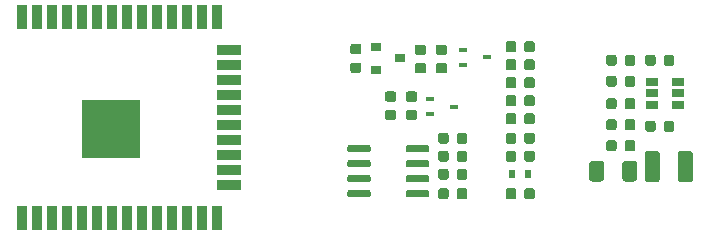
<source format=gbr>
G04 #@! TF.GenerationSoftware,KiCad,Pcbnew,(5.1.4)-1*
G04 #@! TF.CreationDate,2020-11-25T16:32:24+01:00*
G04 #@! TF.ProjectId,iot_plant_watering_sensor_esp32,696f745f-706c-4616-9e74-5f7761746572,rev?*
G04 #@! TF.SameCoordinates,Original*
G04 #@! TF.FileFunction,Paste,Top*
G04 #@! TF.FilePolarity,Positive*
%FSLAX46Y46*%
G04 Gerber Fmt 4.6, Leading zero omitted, Abs format (unit mm)*
G04 Created by KiCad (PCBNEW (5.1.4)-1) date 2020-11-25 16:32:24*
%MOMM*%
%LPD*%
G04 APERTURE LIST*
%ADD10R,0.700000X0.450000*%
%ADD11C,0.100000*%
%ADD12C,0.875000*%
%ADD13C,1.250000*%
%ADD14R,1.060000X0.650000*%
%ADD15C,0.600000*%
%ADD16R,5.000000X5.000000*%
%ADD17R,0.900000X2.000000*%
%ADD18R,2.000000X0.900000*%
%ADD19R,0.900000X0.800000*%
%ADD20R,0.600000X0.700000*%
G04 APERTURE END LIST*
D10*
X123460000Y-99299000D03*
X123460000Y-100599000D03*
X125460000Y-99949000D03*
D11*
G36*
X129297691Y-104682053D02*
G01*
X129318926Y-104685203D01*
X129339750Y-104690419D01*
X129359962Y-104697651D01*
X129379368Y-104706830D01*
X129397781Y-104717866D01*
X129415024Y-104730654D01*
X129430930Y-104745070D01*
X129445346Y-104760976D01*
X129458134Y-104778219D01*
X129469170Y-104796632D01*
X129478349Y-104816038D01*
X129485581Y-104836250D01*
X129490797Y-104857074D01*
X129493947Y-104878309D01*
X129495000Y-104899750D01*
X129495000Y-105412250D01*
X129493947Y-105433691D01*
X129490797Y-105454926D01*
X129485581Y-105475750D01*
X129478349Y-105495962D01*
X129469170Y-105515368D01*
X129458134Y-105533781D01*
X129445346Y-105551024D01*
X129430930Y-105566930D01*
X129415024Y-105581346D01*
X129397781Y-105594134D01*
X129379368Y-105605170D01*
X129359962Y-105614349D01*
X129339750Y-105621581D01*
X129318926Y-105626797D01*
X129297691Y-105629947D01*
X129276250Y-105631000D01*
X128838750Y-105631000D01*
X128817309Y-105629947D01*
X128796074Y-105626797D01*
X128775250Y-105621581D01*
X128755038Y-105614349D01*
X128735632Y-105605170D01*
X128717219Y-105594134D01*
X128699976Y-105581346D01*
X128684070Y-105566930D01*
X128669654Y-105551024D01*
X128656866Y-105533781D01*
X128645830Y-105515368D01*
X128636651Y-105495962D01*
X128629419Y-105475750D01*
X128624203Y-105454926D01*
X128621053Y-105433691D01*
X128620000Y-105412250D01*
X128620000Y-104899750D01*
X128621053Y-104878309D01*
X128624203Y-104857074D01*
X128629419Y-104836250D01*
X128636651Y-104816038D01*
X128645830Y-104796632D01*
X128656866Y-104778219D01*
X128669654Y-104760976D01*
X128684070Y-104745070D01*
X128699976Y-104730654D01*
X128717219Y-104717866D01*
X128735632Y-104706830D01*
X128755038Y-104697651D01*
X128775250Y-104690419D01*
X128796074Y-104685203D01*
X128817309Y-104682053D01*
X128838750Y-104681000D01*
X129276250Y-104681000D01*
X129297691Y-104682053D01*
X129297691Y-104682053D01*
G37*
D12*
X129057500Y-105156000D03*
D11*
G36*
X127722691Y-104682053D02*
G01*
X127743926Y-104685203D01*
X127764750Y-104690419D01*
X127784962Y-104697651D01*
X127804368Y-104706830D01*
X127822781Y-104717866D01*
X127840024Y-104730654D01*
X127855930Y-104745070D01*
X127870346Y-104760976D01*
X127883134Y-104778219D01*
X127894170Y-104796632D01*
X127903349Y-104816038D01*
X127910581Y-104836250D01*
X127915797Y-104857074D01*
X127918947Y-104878309D01*
X127920000Y-104899750D01*
X127920000Y-105412250D01*
X127918947Y-105433691D01*
X127915797Y-105454926D01*
X127910581Y-105475750D01*
X127903349Y-105495962D01*
X127894170Y-105515368D01*
X127883134Y-105533781D01*
X127870346Y-105551024D01*
X127855930Y-105566930D01*
X127840024Y-105581346D01*
X127822781Y-105594134D01*
X127804368Y-105605170D01*
X127784962Y-105614349D01*
X127764750Y-105621581D01*
X127743926Y-105626797D01*
X127722691Y-105629947D01*
X127701250Y-105631000D01*
X127263750Y-105631000D01*
X127242309Y-105629947D01*
X127221074Y-105626797D01*
X127200250Y-105621581D01*
X127180038Y-105614349D01*
X127160632Y-105605170D01*
X127142219Y-105594134D01*
X127124976Y-105581346D01*
X127109070Y-105566930D01*
X127094654Y-105551024D01*
X127081866Y-105533781D01*
X127070830Y-105515368D01*
X127061651Y-105495962D01*
X127054419Y-105475750D01*
X127049203Y-105454926D01*
X127046053Y-105433691D01*
X127045000Y-105412250D01*
X127045000Y-104899750D01*
X127046053Y-104878309D01*
X127049203Y-104857074D01*
X127054419Y-104836250D01*
X127061651Y-104816038D01*
X127070830Y-104796632D01*
X127081866Y-104778219D01*
X127094654Y-104760976D01*
X127109070Y-104745070D01*
X127124976Y-104730654D01*
X127142219Y-104717866D01*
X127160632Y-104706830D01*
X127180038Y-104697651D01*
X127200250Y-104690419D01*
X127221074Y-104685203D01*
X127242309Y-104682053D01*
X127263750Y-104681000D01*
X127701250Y-104681000D01*
X127722691Y-104682053D01*
X127722691Y-104682053D01*
G37*
D12*
X127482500Y-105156000D03*
D11*
G36*
X127722691Y-103158053D02*
G01*
X127743926Y-103161203D01*
X127764750Y-103166419D01*
X127784962Y-103173651D01*
X127804368Y-103182830D01*
X127822781Y-103193866D01*
X127840024Y-103206654D01*
X127855930Y-103221070D01*
X127870346Y-103236976D01*
X127883134Y-103254219D01*
X127894170Y-103272632D01*
X127903349Y-103292038D01*
X127910581Y-103312250D01*
X127915797Y-103333074D01*
X127918947Y-103354309D01*
X127920000Y-103375750D01*
X127920000Y-103888250D01*
X127918947Y-103909691D01*
X127915797Y-103930926D01*
X127910581Y-103951750D01*
X127903349Y-103971962D01*
X127894170Y-103991368D01*
X127883134Y-104009781D01*
X127870346Y-104027024D01*
X127855930Y-104042930D01*
X127840024Y-104057346D01*
X127822781Y-104070134D01*
X127804368Y-104081170D01*
X127784962Y-104090349D01*
X127764750Y-104097581D01*
X127743926Y-104102797D01*
X127722691Y-104105947D01*
X127701250Y-104107000D01*
X127263750Y-104107000D01*
X127242309Y-104105947D01*
X127221074Y-104102797D01*
X127200250Y-104097581D01*
X127180038Y-104090349D01*
X127160632Y-104081170D01*
X127142219Y-104070134D01*
X127124976Y-104057346D01*
X127109070Y-104042930D01*
X127094654Y-104027024D01*
X127081866Y-104009781D01*
X127070830Y-103991368D01*
X127061651Y-103971962D01*
X127054419Y-103951750D01*
X127049203Y-103930926D01*
X127046053Y-103909691D01*
X127045000Y-103888250D01*
X127045000Y-103375750D01*
X127046053Y-103354309D01*
X127049203Y-103333074D01*
X127054419Y-103312250D01*
X127061651Y-103292038D01*
X127070830Y-103272632D01*
X127081866Y-103254219D01*
X127094654Y-103236976D01*
X127109070Y-103221070D01*
X127124976Y-103206654D01*
X127142219Y-103193866D01*
X127160632Y-103182830D01*
X127180038Y-103173651D01*
X127200250Y-103166419D01*
X127221074Y-103161203D01*
X127242309Y-103158053D01*
X127263750Y-103157000D01*
X127701250Y-103157000D01*
X127722691Y-103158053D01*
X127722691Y-103158053D01*
G37*
D12*
X127482500Y-103632000D03*
D11*
G36*
X129297691Y-103158053D02*
G01*
X129318926Y-103161203D01*
X129339750Y-103166419D01*
X129359962Y-103173651D01*
X129379368Y-103182830D01*
X129397781Y-103193866D01*
X129415024Y-103206654D01*
X129430930Y-103221070D01*
X129445346Y-103236976D01*
X129458134Y-103254219D01*
X129469170Y-103272632D01*
X129478349Y-103292038D01*
X129485581Y-103312250D01*
X129490797Y-103333074D01*
X129493947Y-103354309D01*
X129495000Y-103375750D01*
X129495000Y-103888250D01*
X129493947Y-103909691D01*
X129490797Y-103930926D01*
X129485581Y-103951750D01*
X129478349Y-103971962D01*
X129469170Y-103991368D01*
X129458134Y-104009781D01*
X129445346Y-104027024D01*
X129430930Y-104042930D01*
X129415024Y-104057346D01*
X129397781Y-104070134D01*
X129379368Y-104081170D01*
X129359962Y-104090349D01*
X129339750Y-104097581D01*
X129318926Y-104102797D01*
X129297691Y-104105947D01*
X129276250Y-104107000D01*
X128838750Y-104107000D01*
X128817309Y-104105947D01*
X128796074Y-104102797D01*
X128775250Y-104097581D01*
X128755038Y-104090349D01*
X128735632Y-104081170D01*
X128717219Y-104070134D01*
X128699976Y-104057346D01*
X128684070Y-104042930D01*
X128669654Y-104027024D01*
X128656866Y-104009781D01*
X128645830Y-103991368D01*
X128636651Y-103971962D01*
X128629419Y-103951750D01*
X128624203Y-103930926D01*
X128621053Y-103909691D01*
X128620000Y-103888250D01*
X128620000Y-103375750D01*
X128621053Y-103354309D01*
X128624203Y-103333074D01*
X128629419Y-103312250D01*
X128636651Y-103292038D01*
X128645830Y-103272632D01*
X128656866Y-103254219D01*
X128669654Y-103236976D01*
X128684070Y-103221070D01*
X128699976Y-103206654D01*
X128717219Y-103193866D01*
X128735632Y-103182830D01*
X128755038Y-103173651D01*
X128775250Y-103166419D01*
X128796074Y-103161203D01*
X128817309Y-103158053D01*
X128838750Y-103157000D01*
X129276250Y-103157000D01*
X129297691Y-103158053D01*
X129297691Y-103158053D01*
G37*
D12*
X129057500Y-103632000D03*
D11*
G36*
X129297691Y-101634053D02*
G01*
X129318926Y-101637203D01*
X129339750Y-101642419D01*
X129359962Y-101649651D01*
X129379368Y-101658830D01*
X129397781Y-101669866D01*
X129415024Y-101682654D01*
X129430930Y-101697070D01*
X129445346Y-101712976D01*
X129458134Y-101730219D01*
X129469170Y-101748632D01*
X129478349Y-101768038D01*
X129485581Y-101788250D01*
X129490797Y-101809074D01*
X129493947Y-101830309D01*
X129495000Y-101851750D01*
X129495000Y-102364250D01*
X129493947Y-102385691D01*
X129490797Y-102406926D01*
X129485581Y-102427750D01*
X129478349Y-102447962D01*
X129469170Y-102467368D01*
X129458134Y-102485781D01*
X129445346Y-102503024D01*
X129430930Y-102518930D01*
X129415024Y-102533346D01*
X129397781Y-102546134D01*
X129379368Y-102557170D01*
X129359962Y-102566349D01*
X129339750Y-102573581D01*
X129318926Y-102578797D01*
X129297691Y-102581947D01*
X129276250Y-102583000D01*
X128838750Y-102583000D01*
X128817309Y-102581947D01*
X128796074Y-102578797D01*
X128775250Y-102573581D01*
X128755038Y-102566349D01*
X128735632Y-102557170D01*
X128717219Y-102546134D01*
X128699976Y-102533346D01*
X128684070Y-102518930D01*
X128669654Y-102503024D01*
X128656866Y-102485781D01*
X128645830Y-102467368D01*
X128636651Y-102447962D01*
X128629419Y-102427750D01*
X128624203Y-102406926D01*
X128621053Y-102385691D01*
X128620000Y-102364250D01*
X128620000Y-101851750D01*
X128621053Y-101830309D01*
X128624203Y-101809074D01*
X128629419Y-101788250D01*
X128636651Y-101768038D01*
X128645830Y-101748632D01*
X128656866Y-101730219D01*
X128669654Y-101712976D01*
X128684070Y-101697070D01*
X128699976Y-101682654D01*
X128717219Y-101669866D01*
X128735632Y-101658830D01*
X128755038Y-101649651D01*
X128775250Y-101642419D01*
X128796074Y-101637203D01*
X128817309Y-101634053D01*
X128838750Y-101633000D01*
X129276250Y-101633000D01*
X129297691Y-101634053D01*
X129297691Y-101634053D01*
G37*
D12*
X129057500Y-102108000D03*
D11*
G36*
X127722691Y-101634053D02*
G01*
X127743926Y-101637203D01*
X127764750Y-101642419D01*
X127784962Y-101649651D01*
X127804368Y-101658830D01*
X127822781Y-101669866D01*
X127840024Y-101682654D01*
X127855930Y-101697070D01*
X127870346Y-101712976D01*
X127883134Y-101730219D01*
X127894170Y-101748632D01*
X127903349Y-101768038D01*
X127910581Y-101788250D01*
X127915797Y-101809074D01*
X127918947Y-101830309D01*
X127920000Y-101851750D01*
X127920000Y-102364250D01*
X127918947Y-102385691D01*
X127915797Y-102406926D01*
X127910581Y-102427750D01*
X127903349Y-102447962D01*
X127894170Y-102467368D01*
X127883134Y-102485781D01*
X127870346Y-102503024D01*
X127855930Y-102518930D01*
X127840024Y-102533346D01*
X127822781Y-102546134D01*
X127804368Y-102557170D01*
X127784962Y-102566349D01*
X127764750Y-102573581D01*
X127743926Y-102578797D01*
X127722691Y-102581947D01*
X127701250Y-102583000D01*
X127263750Y-102583000D01*
X127242309Y-102581947D01*
X127221074Y-102578797D01*
X127200250Y-102573581D01*
X127180038Y-102566349D01*
X127160632Y-102557170D01*
X127142219Y-102546134D01*
X127124976Y-102533346D01*
X127109070Y-102518930D01*
X127094654Y-102503024D01*
X127081866Y-102485781D01*
X127070830Y-102467368D01*
X127061651Y-102447962D01*
X127054419Y-102427750D01*
X127049203Y-102406926D01*
X127046053Y-102385691D01*
X127045000Y-102364250D01*
X127045000Y-101851750D01*
X127046053Y-101830309D01*
X127049203Y-101809074D01*
X127054419Y-101788250D01*
X127061651Y-101768038D01*
X127070830Y-101748632D01*
X127081866Y-101730219D01*
X127094654Y-101712976D01*
X127109070Y-101697070D01*
X127124976Y-101682654D01*
X127142219Y-101669866D01*
X127160632Y-101658830D01*
X127180038Y-101649651D01*
X127200250Y-101642419D01*
X127221074Y-101637203D01*
X127242309Y-101634053D01*
X127263750Y-101633000D01*
X127701250Y-101633000D01*
X127722691Y-101634053D01*
X127722691Y-101634053D01*
G37*
D12*
X127482500Y-102108000D03*
D11*
G36*
X127722691Y-100110053D02*
G01*
X127743926Y-100113203D01*
X127764750Y-100118419D01*
X127784962Y-100125651D01*
X127804368Y-100134830D01*
X127822781Y-100145866D01*
X127840024Y-100158654D01*
X127855930Y-100173070D01*
X127870346Y-100188976D01*
X127883134Y-100206219D01*
X127894170Y-100224632D01*
X127903349Y-100244038D01*
X127910581Y-100264250D01*
X127915797Y-100285074D01*
X127918947Y-100306309D01*
X127920000Y-100327750D01*
X127920000Y-100840250D01*
X127918947Y-100861691D01*
X127915797Y-100882926D01*
X127910581Y-100903750D01*
X127903349Y-100923962D01*
X127894170Y-100943368D01*
X127883134Y-100961781D01*
X127870346Y-100979024D01*
X127855930Y-100994930D01*
X127840024Y-101009346D01*
X127822781Y-101022134D01*
X127804368Y-101033170D01*
X127784962Y-101042349D01*
X127764750Y-101049581D01*
X127743926Y-101054797D01*
X127722691Y-101057947D01*
X127701250Y-101059000D01*
X127263750Y-101059000D01*
X127242309Y-101057947D01*
X127221074Y-101054797D01*
X127200250Y-101049581D01*
X127180038Y-101042349D01*
X127160632Y-101033170D01*
X127142219Y-101022134D01*
X127124976Y-101009346D01*
X127109070Y-100994930D01*
X127094654Y-100979024D01*
X127081866Y-100961781D01*
X127070830Y-100943368D01*
X127061651Y-100923962D01*
X127054419Y-100903750D01*
X127049203Y-100882926D01*
X127046053Y-100861691D01*
X127045000Y-100840250D01*
X127045000Y-100327750D01*
X127046053Y-100306309D01*
X127049203Y-100285074D01*
X127054419Y-100264250D01*
X127061651Y-100244038D01*
X127070830Y-100224632D01*
X127081866Y-100206219D01*
X127094654Y-100188976D01*
X127109070Y-100173070D01*
X127124976Y-100158654D01*
X127142219Y-100145866D01*
X127160632Y-100134830D01*
X127180038Y-100125651D01*
X127200250Y-100118419D01*
X127221074Y-100113203D01*
X127242309Y-100110053D01*
X127263750Y-100109000D01*
X127701250Y-100109000D01*
X127722691Y-100110053D01*
X127722691Y-100110053D01*
G37*
D12*
X127482500Y-100584000D03*
D11*
G36*
X129297691Y-100110053D02*
G01*
X129318926Y-100113203D01*
X129339750Y-100118419D01*
X129359962Y-100125651D01*
X129379368Y-100134830D01*
X129397781Y-100145866D01*
X129415024Y-100158654D01*
X129430930Y-100173070D01*
X129445346Y-100188976D01*
X129458134Y-100206219D01*
X129469170Y-100224632D01*
X129478349Y-100244038D01*
X129485581Y-100264250D01*
X129490797Y-100285074D01*
X129493947Y-100306309D01*
X129495000Y-100327750D01*
X129495000Y-100840250D01*
X129493947Y-100861691D01*
X129490797Y-100882926D01*
X129485581Y-100903750D01*
X129478349Y-100923962D01*
X129469170Y-100943368D01*
X129458134Y-100961781D01*
X129445346Y-100979024D01*
X129430930Y-100994930D01*
X129415024Y-101009346D01*
X129397781Y-101022134D01*
X129379368Y-101033170D01*
X129359962Y-101042349D01*
X129339750Y-101049581D01*
X129318926Y-101054797D01*
X129297691Y-101057947D01*
X129276250Y-101059000D01*
X128838750Y-101059000D01*
X128817309Y-101057947D01*
X128796074Y-101054797D01*
X128775250Y-101049581D01*
X128755038Y-101042349D01*
X128735632Y-101033170D01*
X128717219Y-101022134D01*
X128699976Y-101009346D01*
X128684070Y-100994930D01*
X128669654Y-100979024D01*
X128656866Y-100961781D01*
X128645830Y-100943368D01*
X128636651Y-100923962D01*
X128629419Y-100903750D01*
X128624203Y-100882926D01*
X128621053Y-100861691D01*
X128620000Y-100840250D01*
X128620000Y-100327750D01*
X128621053Y-100306309D01*
X128624203Y-100285074D01*
X128629419Y-100264250D01*
X128636651Y-100244038D01*
X128645830Y-100224632D01*
X128656866Y-100206219D01*
X128669654Y-100188976D01*
X128684070Y-100173070D01*
X128699976Y-100158654D01*
X128717219Y-100145866D01*
X128735632Y-100134830D01*
X128755038Y-100125651D01*
X128775250Y-100118419D01*
X128796074Y-100113203D01*
X128817309Y-100110053D01*
X128838750Y-100109000D01*
X129276250Y-100109000D01*
X129297691Y-100110053D01*
X129297691Y-100110053D01*
G37*
D12*
X129057500Y-100584000D03*
D11*
G36*
X136231691Y-106968053D02*
G01*
X136252926Y-106971203D01*
X136273750Y-106976419D01*
X136293962Y-106983651D01*
X136313368Y-106992830D01*
X136331781Y-107003866D01*
X136349024Y-107016654D01*
X136364930Y-107031070D01*
X136379346Y-107046976D01*
X136392134Y-107064219D01*
X136403170Y-107082632D01*
X136412349Y-107102038D01*
X136419581Y-107122250D01*
X136424797Y-107143074D01*
X136427947Y-107164309D01*
X136429000Y-107185750D01*
X136429000Y-107698250D01*
X136427947Y-107719691D01*
X136424797Y-107740926D01*
X136419581Y-107761750D01*
X136412349Y-107781962D01*
X136403170Y-107801368D01*
X136392134Y-107819781D01*
X136379346Y-107837024D01*
X136364930Y-107852930D01*
X136349024Y-107867346D01*
X136331781Y-107880134D01*
X136313368Y-107891170D01*
X136293962Y-107900349D01*
X136273750Y-107907581D01*
X136252926Y-107912797D01*
X136231691Y-107915947D01*
X136210250Y-107917000D01*
X135772750Y-107917000D01*
X135751309Y-107915947D01*
X135730074Y-107912797D01*
X135709250Y-107907581D01*
X135689038Y-107900349D01*
X135669632Y-107891170D01*
X135651219Y-107880134D01*
X135633976Y-107867346D01*
X135618070Y-107852930D01*
X135603654Y-107837024D01*
X135590866Y-107819781D01*
X135579830Y-107801368D01*
X135570651Y-107781962D01*
X135563419Y-107761750D01*
X135558203Y-107740926D01*
X135555053Y-107719691D01*
X135554000Y-107698250D01*
X135554000Y-107185750D01*
X135555053Y-107164309D01*
X135558203Y-107143074D01*
X135563419Y-107122250D01*
X135570651Y-107102038D01*
X135579830Y-107082632D01*
X135590866Y-107064219D01*
X135603654Y-107046976D01*
X135618070Y-107031070D01*
X135633976Y-107016654D01*
X135651219Y-107003866D01*
X135669632Y-106992830D01*
X135689038Y-106983651D01*
X135709250Y-106976419D01*
X135730074Y-106971203D01*
X135751309Y-106968053D01*
X135772750Y-106967000D01*
X136210250Y-106967000D01*
X136231691Y-106968053D01*
X136231691Y-106968053D01*
G37*
D12*
X135991500Y-107442000D03*
D11*
G36*
X137806691Y-106968053D02*
G01*
X137827926Y-106971203D01*
X137848750Y-106976419D01*
X137868962Y-106983651D01*
X137888368Y-106992830D01*
X137906781Y-107003866D01*
X137924024Y-107016654D01*
X137939930Y-107031070D01*
X137954346Y-107046976D01*
X137967134Y-107064219D01*
X137978170Y-107082632D01*
X137987349Y-107102038D01*
X137994581Y-107122250D01*
X137999797Y-107143074D01*
X138002947Y-107164309D01*
X138004000Y-107185750D01*
X138004000Y-107698250D01*
X138002947Y-107719691D01*
X137999797Y-107740926D01*
X137994581Y-107761750D01*
X137987349Y-107781962D01*
X137978170Y-107801368D01*
X137967134Y-107819781D01*
X137954346Y-107837024D01*
X137939930Y-107852930D01*
X137924024Y-107867346D01*
X137906781Y-107880134D01*
X137888368Y-107891170D01*
X137868962Y-107900349D01*
X137848750Y-107907581D01*
X137827926Y-107912797D01*
X137806691Y-107915947D01*
X137785250Y-107917000D01*
X137347750Y-107917000D01*
X137326309Y-107915947D01*
X137305074Y-107912797D01*
X137284250Y-107907581D01*
X137264038Y-107900349D01*
X137244632Y-107891170D01*
X137226219Y-107880134D01*
X137208976Y-107867346D01*
X137193070Y-107852930D01*
X137178654Y-107837024D01*
X137165866Y-107819781D01*
X137154830Y-107801368D01*
X137145651Y-107781962D01*
X137138419Y-107761750D01*
X137133203Y-107740926D01*
X137130053Y-107719691D01*
X137129000Y-107698250D01*
X137129000Y-107185750D01*
X137130053Y-107164309D01*
X137133203Y-107143074D01*
X137138419Y-107122250D01*
X137145651Y-107102038D01*
X137154830Y-107082632D01*
X137165866Y-107064219D01*
X137178654Y-107046976D01*
X137193070Y-107031070D01*
X137208976Y-107016654D01*
X137226219Y-107003866D01*
X137244632Y-106992830D01*
X137264038Y-106983651D01*
X137284250Y-106976419D01*
X137305074Y-106971203D01*
X137326309Y-106968053D01*
X137347750Y-106967000D01*
X137785250Y-106967000D01*
X137806691Y-106968053D01*
X137806691Y-106968053D01*
G37*
D12*
X137566500Y-107442000D03*
D11*
G36*
X136231691Y-105190053D02*
G01*
X136252926Y-105193203D01*
X136273750Y-105198419D01*
X136293962Y-105205651D01*
X136313368Y-105214830D01*
X136331781Y-105225866D01*
X136349024Y-105238654D01*
X136364930Y-105253070D01*
X136379346Y-105268976D01*
X136392134Y-105286219D01*
X136403170Y-105304632D01*
X136412349Y-105324038D01*
X136419581Y-105344250D01*
X136424797Y-105365074D01*
X136427947Y-105386309D01*
X136429000Y-105407750D01*
X136429000Y-105920250D01*
X136427947Y-105941691D01*
X136424797Y-105962926D01*
X136419581Y-105983750D01*
X136412349Y-106003962D01*
X136403170Y-106023368D01*
X136392134Y-106041781D01*
X136379346Y-106059024D01*
X136364930Y-106074930D01*
X136349024Y-106089346D01*
X136331781Y-106102134D01*
X136313368Y-106113170D01*
X136293962Y-106122349D01*
X136273750Y-106129581D01*
X136252926Y-106134797D01*
X136231691Y-106137947D01*
X136210250Y-106139000D01*
X135772750Y-106139000D01*
X135751309Y-106137947D01*
X135730074Y-106134797D01*
X135709250Y-106129581D01*
X135689038Y-106122349D01*
X135669632Y-106113170D01*
X135651219Y-106102134D01*
X135633976Y-106089346D01*
X135618070Y-106074930D01*
X135603654Y-106059024D01*
X135590866Y-106041781D01*
X135579830Y-106023368D01*
X135570651Y-106003962D01*
X135563419Y-105983750D01*
X135558203Y-105962926D01*
X135555053Y-105941691D01*
X135554000Y-105920250D01*
X135554000Y-105407750D01*
X135555053Y-105386309D01*
X135558203Y-105365074D01*
X135563419Y-105344250D01*
X135570651Y-105324038D01*
X135579830Y-105304632D01*
X135590866Y-105286219D01*
X135603654Y-105268976D01*
X135618070Y-105253070D01*
X135633976Y-105238654D01*
X135651219Y-105225866D01*
X135669632Y-105214830D01*
X135689038Y-105205651D01*
X135709250Y-105198419D01*
X135730074Y-105193203D01*
X135751309Y-105190053D01*
X135772750Y-105189000D01*
X136210250Y-105189000D01*
X136231691Y-105190053D01*
X136231691Y-105190053D01*
G37*
D12*
X135991500Y-105664000D03*
D11*
G36*
X137806691Y-105190053D02*
G01*
X137827926Y-105193203D01*
X137848750Y-105198419D01*
X137868962Y-105205651D01*
X137888368Y-105214830D01*
X137906781Y-105225866D01*
X137924024Y-105238654D01*
X137939930Y-105253070D01*
X137954346Y-105268976D01*
X137967134Y-105286219D01*
X137978170Y-105304632D01*
X137987349Y-105324038D01*
X137994581Y-105344250D01*
X137999797Y-105365074D01*
X138002947Y-105386309D01*
X138004000Y-105407750D01*
X138004000Y-105920250D01*
X138002947Y-105941691D01*
X137999797Y-105962926D01*
X137994581Y-105983750D01*
X137987349Y-106003962D01*
X137978170Y-106023368D01*
X137967134Y-106041781D01*
X137954346Y-106059024D01*
X137939930Y-106074930D01*
X137924024Y-106089346D01*
X137906781Y-106102134D01*
X137888368Y-106113170D01*
X137868962Y-106122349D01*
X137848750Y-106129581D01*
X137827926Y-106134797D01*
X137806691Y-106137947D01*
X137785250Y-106139000D01*
X137347750Y-106139000D01*
X137326309Y-106137947D01*
X137305074Y-106134797D01*
X137284250Y-106129581D01*
X137264038Y-106122349D01*
X137244632Y-106113170D01*
X137226219Y-106102134D01*
X137208976Y-106089346D01*
X137193070Y-106074930D01*
X137178654Y-106059024D01*
X137165866Y-106041781D01*
X137154830Y-106023368D01*
X137145651Y-106003962D01*
X137138419Y-105983750D01*
X137133203Y-105962926D01*
X137130053Y-105941691D01*
X137129000Y-105920250D01*
X137129000Y-105407750D01*
X137130053Y-105386309D01*
X137133203Y-105365074D01*
X137138419Y-105344250D01*
X137145651Y-105324038D01*
X137154830Y-105304632D01*
X137165866Y-105286219D01*
X137178654Y-105268976D01*
X137193070Y-105253070D01*
X137208976Y-105238654D01*
X137226219Y-105225866D01*
X137244632Y-105214830D01*
X137264038Y-105205651D01*
X137284250Y-105198419D01*
X137305074Y-105193203D01*
X137326309Y-105190053D01*
X137347750Y-105189000D01*
X137785250Y-105189000D01*
X137806691Y-105190053D01*
X137806691Y-105190053D01*
G37*
D12*
X137566500Y-105664000D03*
D11*
G36*
X136231691Y-99729053D02*
G01*
X136252926Y-99732203D01*
X136273750Y-99737419D01*
X136293962Y-99744651D01*
X136313368Y-99753830D01*
X136331781Y-99764866D01*
X136349024Y-99777654D01*
X136364930Y-99792070D01*
X136379346Y-99807976D01*
X136392134Y-99825219D01*
X136403170Y-99843632D01*
X136412349Y-99863038D01*
X136419581Y-99883250D01*
X136424797Y-99904074D01*
X136427947Y-99925309D01*
X136429000Y-99946750D01*
X136429000Y-100459250D01*
X136427947Y-100480691D01*
X136424797Y-100501926D01*
X136419581Y-100522750D01*
X136412349Y-100542962D01*
X136403170Y-100562368D01*
X136392134Y-100580781D01*
X136379346Y-100598024D01*
X136364930Y-100613930D01*
X136349024Y-100628346D01*
X136331781Y-100641134D01*
X136313368Y-100652170D01*
X136293962Y-100661349D01*
X136273750Y-100668581D01*
X136252926Y-100673797D01*
X136231691Y-100676947D01*
X136210250Y-100678000D01*
X135772750Y-100678000D01*
X135751309Y-100676947D01*
X135730074Y-100673797D01*
X135709250Y-100668581D01*
X135689038Y-100661349D01*
X135669632Y-100652170D01*
X135651219Y-100641134D01*
X135633976Y-100628346D01*
X135618070Y-100613930D01*
X135603654Y-100598024D01*
X135590866Y-100580781D01*
X135579830Y-100562368D01*
X135570651Y-100542962D01*
X135563419Y-100522750D01*
X135558203Y-100501926D01*
X135555053Y-100480691D01*
X135554000Y-100459250D01*
X135554000Y-99946750D01*
X135555053Y-99925309D01*
X135558203Y-99904074D01*
X135563419Y-99883250D01*
X135570651Y-99863038D01*
X135579830Y-99843632D01*
X135590866Y-99825219D01*
X135603654Y-99807976D01*
X135618070Y-99792070D01*
X135633976Y-99777654D01*
X135651219Y-99764866D01*
X135669632Y-99753830D01*
X135689038Y-99744651D01*
X135709250Y-99737419D01*
X135730074Y-99732203D01*
X135751309Y-99729053D01*
X135772750Y-99728000D01*
X136210250Y-99728000D01*
X136231691Y-99729053D01*
X136231691Y-99729053D01*
G37*
D12*
X135991500Y-100203000D03*
D11*
G36*
X137806691Y-99729053D02*
G01*
X137827926Y-99732203D01*
X137848750Y-99737419D01*
X137868962Y-99744651D01*
X137888368Y-99753830D01*
X137906781Y-99764866D01*
X137924024Y-99777654D01*
X137939930Y-99792070D01*
X137954346Y-99807976D01*
X137967134Y-99825219D01*
X137978170Y-99843632D01*
X137987349Y-99863038D01*
X137994581Y-99883250D01*
X137999797Y-99904074D01*
X138002947Y-99925309D01*
X138004000Y-99946750D01*
X138004000Y-100459250D01*
X138002947Y-100480691D01*
X137999797Y-100501926D01*
X137994581Y-100522750D01*
X137987349Y-100542962D01*
X137978170Y-100562368D01*
X137967134Y-100580781D01*
X137954346Y-100598024D01*
X137939930Y-100613930D01*
X137924024Y-100628346D01*
X137906781Y-100641134D01*
X137888368Y-100652170D01*
X137868962Y-100661349D01*
X137848750Y-100668581D01*
X137827926Y-100673797D01*
X137806691Y-100676947D01*
X137785250Y-100678000D01*
X137347750Y-100678000D01*
X137326309Y-100676947D01*
X137305074Y-100673797D01*
X137284250Y-100668581D01*
X137264038Y-100661349D01*
X137244632Y-100652170D01*
X137226219Y-100641134D01*
X137208976Y-100628346D01*
X137193070Y-100613930D01*
X137178654Y-100598024D01*
X137165866Y-100580781D01*
X137154830Y-100562368D01*
X137145651Y-100542962D01*
X137138419Y-100522750D01*
X137133203Y-100501926D01*
X137130053Y-100480691D01*
X137129000Y-100459250D01*
X137129000Y-99946750D01*
X137130053Y-99925309D01*
X137133203Y-99904074D01*
X137138419Y-99883250D01*
X137145651Y-99863038D01*
X137154830Y-99843632D01*
X137165866Y-99825219D01*
X137178654Y-99807976D01*
X137193070Y-99792070D01*
X137208976Y-99777654D01*
X137226219Y-99764866D01*
X137244632Y-99753830D01*
X137264038Y-99744651D01*
X137284250Y-99737419D01*
X137305074Y-99732203D01*
X137326309Y-99729053D01*
X137347750Y-99728000D01*
X137785250Y-99728000D01*
X137806691Y-99729053D01*
X137806691Y-99729053D01*
G37*
D12*
X137566500Y-100203000D03*
D11*
G36*
X142642504Y-107896204D02*
G01*
X142666773Y-107899804D01*
X142690571Y-107905765D01*
X142713671Y-107914030D01*
X142735849Y-107924520D01*
X142756893Y-107937133D01*
X142776598Y-107951747D01*
X142794777Y-107968223D01*
X142811253Y-107986402D01*
X142825867Y-108006107D01*
X142838480Y-108027151D01*
X142848970Y-108049329D01*
X142857235Y-108072429D01*
X142863196Y-108096227D01*
X142866796Y-108120496D01*
X142868000Y-108145000D01*
X142868000Y-110295000D01*
X142866796Y-110319504D01*
X142863196Y-110343773D01*
X142857235Y-110367571D01*
X142848970Y-110390671D01*
X142838480Y-110412849D01*
X142825867Y-110433893D01*
X142811253Y-110453598D01*
X142794777Y-110471777D01*
X142776598Y-110488253D01*
X142756893Y-110502867D01*
X142735849Y-110515480D01*
X142713671Y-110525970D01*
X142690571Y-110534235D01*
X142666773Y-110540196D01*
X142642504Y-110543796D01*
X142618000Y-110545000D01*
X141868000Y-110545000D01*
X141843496Y-110543796D01*
X141819227Y-110540196D01*
X141795429Y-110534235D01*
X141772329Y-110525970D01*
X141750151Y-110515480D01*
X141729107Y-110502867D01*
X141709402Y-110488253D01*
X141691223Y-110471777D01*
X141674747Y-110453598D01*
X141660133Y-110433893D01*
X141647520Y-110412849D01*
X141637030Y-110390671D01*
X141628765Y-110367571D01*
X141622804Y-110343773D01*
X141619204Y-110319504D01*
X141618000Y-110295000D01*
X141618000Y-108145000D01*
X141619204Y-108120496D01*
X141622804Y-108096227D01*
X141628765Y-108072429D01*
X141637030Y-108049329D01*
X141647520Y-108027151D01*
X141660133Y-108006107D01*
X141674747Y-107986402D01*
X141691223Y-107968223D01*
X141709402Y-107951747D01*
X141729107Y-107937133D01*
X141750151Y-107924520D01*
X141772329Y-107914030D01*
X141795429Y-107905765D01*
X141819227Y-107899804D01*
X141843496Y-107896204D01*
X141868000Y-107895000D01*
X142618000Y-107895000D01*
X142642504Y-107896204D01*
X142642504Y-107896204D01*
G37*
D13*
X142243000Y-109220000D03*
D11*
G36*
X139842504Y-107896204D02*
G01*
X139866773Y-107899804D01*
X139890571Y-107905765D01*
X139913671Y-107914030D01*
X139935849Y-107924520D01*
X139956893Y-107937133D01*
X139976598Y-107951747D01*
X139994777Y-107968223D01*
X140011253Y-107986402D01*
X140025867Y-108006107D01*
X140038480Y-108027151D01*
X140048970Y-108049329D01*
X140057235Y-108072429D01*
X140063196Y-108096227D01*
X140066796Y-108120496D01*
X140068000Y-108145000D01*
X140068000Y-110295000D01*
X140066796Y-110319504D01*
X140063196Y-110343773D01*
X140057235Y-110367571D01*
X140048970Y-110390671D01*
X140038480Y-110412849D01*
X140025867Y-110433893D01*
X140011253Y-110453598D01*
X139994777Y-110471777D01*
X139976598Y-110488253D01*
X139956893Y-110502867D01*
X139935849Y-110515480D01*
X139913671Y-110525970D01*
X139890571Y-110534235D01*
X139866773Y-110540196D01*
X139842504Y-110543796D01*
X139818000Y-110545000D01*
X139068000Y-110545000D01*
X139043496Y-110543796D01*
X139019227Y-110540196D01*
X138995429Y-110534235D01*
X138972329Y-110525970D01*
X138950151Y-110515480D01*
X138929107Y-110502867D01*
X138909402Y-110488253D01*
X138891223Y-110471777D01*
X138874747Y-110453598D01*
X138860133Y-110433893D01*
X138847520Y-110412849D01*
X138837030Y-110390671D01*
X138828765Y-110367571D01*
X138822804Y-110343773D01*
X138819204Y-110319504D01*
X138818000Y-110295000D01*
X138818000Y-108145000D01*
X138819204Y-108120496D01*
X138822804Y-108096227D01*
X138828765Y-108072429D01*
X138837030Y-108049329D01*
X138847520Y-108027151D01*
X138860133Y-108006107D01*
X138874747Y-107986402D01*
X138891223Y-107968223D01*
X138909402Y-107951747D01*
X138929107Y-107937133D01*
X138950151Y-107924520D01*
X138972329Y-107914030D01*
X138995429Y-107905765D01*
X139019227Y-107899804D01*
X139043496Y-107896204D01*
X139068000Y-107895000D01*
X139818000Y-107895000D01*
X139842504Y-107896204D01*
X139842504Y-107896204D01*
G37*
D13*
X139443000Y-109220000D03*
D14*
X139414200Y-103008800D03*
X139414200Y-103958800D03*
X139414200Y-102058800D03*
X141614200Y-102058800D03*
X141614200Y-103008800D03*
X141614200Y-103958800D03*
D11*
G36*
X136231691Y-103412053D02*
G01*
X136252926Y-103415203D01*
X136273750Y-103420419D01*
X136293962Y-103427651D01*
X136313368Y-103436830D01*
X136331781Y-103447866D01*
X136349024Y-103460654D01*
X136364930Y-103475070D01*
X136379346Y-103490976D01*
X136392134Y-103508219D01*
X136403170Y-103526632D01*
X136412349Y-103546038D01*
X136419581Y-103566250D01*
X136424797Y-103587074D01*
X136427947Y-103608309D01*
X136429000Y-103629750D01*
X136429000Y-104142250D01*
X136427947Y-104163691D01*
X136424797Y-104184926D01*
X136419581Y-104205750D01*
X136412349Y-104225962D01*
X136403170Y-104245368D01*
X136392134Y-104263781D01*
X136379346Y-104281024D01*
X136364930Y-104296930D01*
X136349024Y-104311346D01*
X136331781Y-104324134D01*
X136313368Y-104335170D01*
X136293962Y-104344349D01*
X136273750Y-104351581D01*
X136252926Y-104356797D01*
X136231691Y-104359947D01*
X136210250Y-104361000D01*
X135772750Y-104361000D01*
X135751309Y-104359947D01*
X135730074Y-104356797D01*
X135709250Y-104351581D01*
X135689038Y-104344349D01*
X135669632Y-104335170D01*
X135651219Y-104324134D01*
X135633976Y-104311346D01*
X135618070Y-104296930D01*
X135603654Y-104281024D01*
X135590866Y-104263781D01*
X135579830Y-104245368D01*
X135570651Y-104225962D01*
X135563419Y-104205750D01*
X135558203Y-104184926D01*
X135555053Y-104163691D01*
X135554000Y-104142250D01*
X135554000Y-103629750D01*
X135555053Y-103608309D01*
X135558203Y-103587074D01*
X135563419Y-103566250D01*
X135570651Y-103546038D01*
X135579830Y-103526632D01*
X135590866Y-103508219D01*
X135603654Y-103490976D01*
X135618070Y-103475070D01*
X135633976Y-103460654D01*
X135651219Y-103447866D01*
X135669632Y-103436830D01*
X135689038Y-103427651D01*
X135709250Y-103420419D01*
X135730074Y-103415203D01*
X135751309Y-103412053D01*
X135772750Y-103411000D01*
X136210250Y-103411000D01*
X136231691Y-103412053D01*
X136231691Y-103412053D01*
G37*
D12*
X135991500Y-103886000D03*
D11*
G36*
X137806691Y-103412053D02*
G01*
X137827926Y-103415203D01*
X137848750Y-103420419D01*
X137868962Y-103427651D01*
X137888368Y-103436830D01*
X137906781Y-103447866D01*
X137924024Y-103460654D01*
X137939930Y-103475070D01*
X137954346Y-103490976D01*
X137967134Y-103508219D01*
X137978170Y-103526632D01*
X137987349Y-103546038D01*
X137994581Y-103566250D01*
X137999797Y-103587074D01*
X138002947Y-103608309D01*
X138004000Y-103629750D01*
X138004000Y-104142250D01*
X138002947Y-104163691D01*
X137999797Y-104184926D01*
X137994581Y-104205750D01*
X137987349Y-104225962D01*
X137978170Y-104245368D01*
X137967134Y-104263781D01*
X137954346Y-104281024D01*
X137939930Y-104296930D01*
X137924024Y-104311346D01*
X137906781Y-104324134D01*
X137888368Y-104335170D01*
X137868962Y-104344349D01*
X137848750Y-104351581D01*
X137827926Y-104356797D01*
X137806691Y-104359947D01*
X137785250Y-104361000D01*
X137347750Y-104361000D01*
X137326309Y-104359947D01*
X137305074Y-104356797D01*
X137284250Y-104351581D01*
X137264038Y-104344349D01*
X137244632Y-104335170D01*
X137226219Y-104324134D01*
X137208976Y-104311346D01*
X137193070Y-104296930D01*
X137178654Y-104281024D01*
X137165866Y-104263781D01*
X137154830Y-104245368D01*
X137145651Y-104225962D01*
X137138419Y-104205750D01*
X137133203Y-104184926D01*
X137130053Y-104163691D01*
X137129000Y-104142250D01*
X137129000Y-103629750D01*
X137130053Y-103608309D01*
X137133203Y-103587074D01*
X137138419Y-103566250D01*
X137145651Y-103546038D01*
X137154830Y-103526632D01*
X137165866Y-103508219D01*
X137178654Y-103490976D01*
X137193070Y-103475070D01*
X137208976Y-103460654D01*
X137226219Y-103447866D01*
X137244632Y-103436830D01*
X137264038Y-103427651D01*
X137284250Y-103420419D01*
X137305074Y-103415203D01*
X137326309Y-103412053D01*
X137347750Y-103411000D01*
X137785250Y-103411000D01*
X137806691Y-103412053D01*
X137806691Y-103412053D01*
G37*
D12*
X137566500Y-103886000D03*
D11*
G36*
X137806691Y-101507053D02*
G01*
X137827926Y-101510203D01*
X137848750Y-101515419D01*
X137868962Y-101522651D01*
X137888368Y-101531830D01*
X137906781Y-101542866D01*
X137924024Y-101555654D01*
X137939930Y-101570070D01*
X137954346Y-101585976D01*
X137967134Y-101603219D01*
X137978170Y-101621632D01*
X137987349Y-101641038D01*
X137994581Y-101661250D01*
X137999797Y-101682074D01*
X138002947Y-101703309D01*
X138004000Y-101724750D01*
X138004000Y-102237250D01*
X138002947Y-102258691D01*
X137999797Y-102279926D01*
X137994581Y-102300750D01*
X137987349Y-102320962D01*
X137978170Y-102340368D01*
X137967134Y-102358781D01*
X137954346Y-102376024D01*
X137939930Y-102391930D01*
X137924024Y-102406346D01*
X137906781Y-102419134D01*
X137888368Y-102430170D01*
X137868962Y-102439349D01*
X137848750Y-102446581D01*
X137827926Y-102451797D01*
X137806691Y-102454947D01*
X137785250Y-102456000D01*
X137347750Y-102456000D01*
X137326309Y-102454947D01*
X137305074Y-102451797D01*
X137284250Y-102446581D01*
X137264038Y-102439349D01*
X137244632Y-102430170D01*
X137226219Y-102419134D01*
X137208976Y-102406346D01*
X137193070Y-102391930D01*
X137178654Y-102376024D01*
X137165866Y-102358781D01*
X137154830Y-102340368D01*
X137145651Y-102320962D01*
X137138419Y-102300750D01*
X137133203Y-102279926D01*
X137130053Y-102258691D01*
X137129000Y-102237250D01*
X137129000Y-101724750D01*
X137130053Y-101703309D01*
X137133203Y-101682074D01*
X137138419Y-101661250D01*
X137145651Y-101641038D01*
X137154830Y-101621632D01*
X137165866Y-101603219D01*
X137178654Y-101585976D01*
X137193070Y-101570070D01*
X137208976Y-101555654D01*
X137226219Y-101542866D01*
X137244632Y-101531830D01*
X137264038Y-101522651D01*
X137284250Y-101515419D01*
X137305074Y-101510203D01*
X137326309Y-101507053D01*
X137347750Y-101506000D01*
X137785250Y-101506000D01*
X137806691Y-101507053D01*
X137806691Y-101507053D01*
G37*
D12*
X137566500Y-101981000D03*
D11*
G36*
X136231691Y-101507053D02*
G01*
X136252926Y-101510203D01*
X136273750Y-101515419D01*
X136293962Y-101522651D01*
X136313368Y-101531830D01*
X136331781Y-101542866D01*
X136349024Y-101555654D01*
X136364930Y-101570070D01*
X136379346Y-101585976D01*
X136392134Y-101603219D01*
X136403170Y-101621632D01*
X136412349Y-101641038D01*
X136419581Y-101661250D01*
X136424797Y-101682074D01*
X136427947Y-101703309D01*
X136429000Y-101724750D01*
X136429000Y-102237250D01*
X136427947Y-102258691D01*
X136424797Y-102279926D01*
X136419581Y-102300750D01*
X136412349Y-102320962D01*
X136403170Y-102340368D01*
X136392134Y-102358781D01*
X136379346Y-102376024D01*
X136364930Y-102391930D01*
X136349024Y-102406346D01*
X136331781Y-102419134D01*
X136313368Y-102430170D01*
X136293962Y-102439349D01*
X136273750Y-102446581D01*
X136252926Y-102451797D01*
X136231691Y-102454947D01*
X136210250Y-102456000D01*
X135772750Y-102456000D01*
X135751309Y-102454947D01*
X135730074Y-102451797D01*
X135709250Y-102446581D01*
X135689038Y-102439349D01*
X135669632Y-102430170D01*
X135651219Y-102419134D01*
X135633976Y-102406346D01*
X135618070Y-102391930D01*
X135603654Y-102376024D01*
X135590866Y-102358781D01*
X135579830Y-102340368D01*
X135570651Y-102320962D01*
X135563419Y-102300750D01*
X135558203Y-102279926D01*
X135555053Y-102258691D01*
X135554000Y-102237250D01*
X135554000Y-101724750D01*
X135555053Y-101703309D01*
X135558203Y-101682074D01*
X135563419Y-101661250D01*
X135570651Y-101641038D01*
X135579830Y-101621632D01*
X135590866Y-101603219D01*
X135603654Y-101585976D01*
X135618070Y-101570070D01*
X135633976Y-101555654D01*
X135651219Y-101542866D01*
X135669632Y-101531830D01*
X135689038Y-101522651D01*
X135709250Y-101515419D01*
X135730074Y-101510203D01*
X135751309Y-101507053D01*
X135772750Y-101506000D01*
X136210250Y-101506000D01*
X136231691Y-101507053D01*
X136231691Y-101507053D01*
G37*
D12*
X135991500Y-101981000D03*
D11*
G36*
X141108691Y-99729053D02*
G01*
X141129926Y-99732203D01*
X141150750Y-99737419D01*
X141170962Y-99744651D01*
X141190368Y-99753830D01*
X141208781Y-99764866D01*
X141226024Y-99777654D01*
X141241930Y-99792070D01*
X141256346Y-99807976D01*
X141269134Y-99825219D01*
X141280170Y-99843632D01*
X141289349Y-99863038D01*
X141296581Y-99883250D01*
X141301797Y-99904074D01*
X141304947Y-99925309D01*
X141306000Y-99946750D01*
X141306000Y-100459250D01*
X141304947Y-100480691D01*
X141301797Y-100501926D01*
X141296581Y-100522750D01*
X141289349Y-100542962D01*
X141280170Y-100562368D01*
X141269134Y-100580781D01*
X141256346Y-100598024D01*
X141241930Y-100613930D01*
X141226024Y-100628346D01*
X141208781Y-100641134D01*
X141190368Y-100652170D01*
X141170962Y-100661349D01*
X141150750Y-100668581D01*
X141129926Y-100673797D01*
X141108691Y-100676947D01*
X141087250Y-100678000D01*
X140649750Y-100678000D01*
X140628309Y-100676947D01*
X140607074Y-100673797D01*
X140586250Y-100668581D01*
X140566038Y-100661349D01*
X140546632Y-100652170D01*
X140528219Y-100641134D01*
X140510976Y-100628346D01*
X140495070Y-100613930D01*
X140480654Y-100598024D01*
X140467866Y-100580781D01*
X140456830Y-100562368D01*
X140447651Y-100542962D01*
X140440419Y-100522750D01*
X140435203Y-100501926D01*
X140432053Y-100480691D01*
X140431000Y-100459250D01*
X140431000Y-99946750D01*
X140432053Y-99925309D01*
X140435203Y-99904074D01*
X140440419Y-99883250D01*
X140447651Y-99863038D01*
X140456830Y-99843632D01*
X140467866Y-99825219D01*
X140480654Y-99807976D01*
X140495070Y-99792070D01*
X140510976Y-99777654D01*
X140528219Y-99764866D01*
X140546632Y-99753830D01*
X140566038Y-99744651D01*
X140586250Y-99737419D01*
X140607074Y-99732203D01*
X140628309Y-99729053D01*
X140649750Y-99728000D01*
X141087250Y-99728000D01*
X141108691Y-99729053D01*
X141108691Y-99729053D01*
G37*
D12*
X140868500Y-100203000D03*
D11*
G36*
X139533691Y-99729053D02*
G01*
X139554926Y-99732203D01*
X139575750Y-99737419D01*
X139595962Y-99744651D01*
X139615368Y-99753830D01*
X139633781Y-99764866D01*
X139651024Y-99777654D01*
X139666930Y-99792070D01*
X139681346Y-99807976D01*
X139694134Y-99825219D01*
X139705170Y-99843632D01*
X139714349Y-99863038D01*
X139721581Y-99883250D01*
X139726797Y-99904074D01*
X139729947Y-99925309D01*
X139731000Y-99946750D01*
X139731000Y-100459250D01*
X139729947Y-100480691D01*
X139726797Y-100501926D01*
X139721581Y-100522750D01*
X139714349Y-100542962D01*
X139705170Y-100562368D01*
X139694134Y-100580781D01*
X139681346Y-100598024D01*
X139666930Y-100613930D01*
X139651024Y-100628346D01*
X139633781Y-100641134D01*
X139615368Y-100652170D01*
X139595962Y-100661349D01*
X139575750Y-100668581D01*
X139554926Y-100673797D01*
X139533691Y-100676947D01*
X139512250Y-100678000D01*
X139074750Y-100678000D01*
X139053309Y-100676947D01*
X139032074Y-100673797D01*
X139011250Y-100668581D01*
X138991038Y-100661349D01*
X138971632Y-100652170D01*
X138953219Y-100641134D01*
X138935976Y-100628346D01*
X138920070Y-100613930D01*
X138905654Y-100598024D01*
X138892866Y-100580781D01*
X138881830Y-100562368D01*
X138872651Y-100542962D01*
X138865419Y-100522750D01*
X138860203Y-100501926D01*
X138857053Y-100480691D01*
X138856000Y-100459250D01*
X138856000Y-99946750D01*
X138857053Y-99925309D01*
X138860203Y-99904074D01*
X138865419Y-99883250D01*
X138872651Y-99863038D01*
X138881830Y-99843632D01*
X138892866Y-99825219D01*
X138905654Y-99807976D01*
X138920070Y-99792070D01*
X138935976Y-99777654D01*
X138953219Y-99764866D01*
X138971632Y-99753830D01*
X138991038Y-99744651D01*
X139011250Y-99737419D01*
X139032074Y-99732203D01*
X139053309Y-99729053D01*
X139074750Y-99728000D01*
X139512250Y-99728000D01*
X139533691Y-99729053D01*
X139533691Y-99729053D01*
G37*
D12*
X139293500Y-100203000D03*
D11*
G36*
X141108691Y-105317053D02*
G01*
X141129926Y-105320203D01*
X141150750Y-105325419D01*
X141170962Y-105332651D01*
X141190368Y-105341830D01*
X141208781Y-105352866D01*
X141226024Y-105365654D01*
X141241930Y-105380070D01*
X141256346Y-105395976D01*
X141269134Y-105413219D01*
X141280170Y-105431632D01*
X141289349Y-105451038D01*
X141296581Y-105471250D01*
X141301797Y-105492074D01*
X141304947Y-105513309D01*
X141306000Y-105534750D01*
X141306000Y-106047250D01*
X141304947Y-106068691D01*
X141301797Y-106089926D01*
X141296581Y-106110750D01*
X141289349Y-106130962D01*
X141280170Y-106150368D01*
X141269134Y-106168781D01*
X141256346Y-106186024D01*
X141241930Y-106201930D01*
X141226024Y-106216346D01*
X141208781Y-106229134D01*
X141190368Y-106240170D01*
X141170962Y-106249349D01*
X141150750Y-106256581D01*
X141129926Y-106261797D01*
X141108691Y-106264947D01*
X141087250Y-106266000D01*
X140649750Y-106266000D01*
X140628309Y-106264947D01*
X140607074Y-106261797D01*
X140586250Y-106256581D01*
X140566038Y-106249349D01*
X140546632Y-106240170D01*
X140528219Y-106229134D01*
X140510976Y-106216346D01*
X140495070Y-106201930D01*
X140480654Y-106186024D01*
X140467866Y-106168781D01*
X140456830Y-106150368D01*
X140447651Y-106130962D01*
X140440419Y-106110750D01*
X140435203Y-106089926D01*
X140432053Y-106068691D01*
X140431000Y-106047250D01*
X140431000Y-105534750D01*
X140432053Y-105513309D01*
X140435203Y-105492074D01*
X140440419Y-105471250D01*
X140447651Y-105451038D01*
X140456830Y-105431632D01*
X140467866Y-105413219D01*
X140480654Y-105395976D01*
X140495070Y-105380070D01*
X140510976Y-105365654D01*
X140528219Y-105352866D01*
X140546632Y-105341830D01*
X140566038Y-105332651D01*
X140586250Y-105325419D01*
X140607074Y-105320203D01*
X140628309Y-105317053D01*
X140649750Y-105316000D01*
X141087250Y-105316000D01*
X141108691Y-105317053D01*
X141108691Y-105317053D01*
G37*
D12*
X140868500Y-105791000D03*
D11*
G36*
X139533691Y-105317053D02*
G01*
X139554926Y-105320203D01*
X139575750Y-105325419D01*
X139595962Y-105332651D01*
X139615368Y-105341830D01*
X139633781Y-105352866D01*
X139651024Y-105365654D01*
X139666930Y-105380070D01*
X139681346Y-105395976D01*
X139694134Y-105413219D01*
X139705170Y-105431632D01*
X139714349Y-105451038D01*
X139721581Y-105471250D01*
X139726797Y-105492074D01*
X139729947Y-105513309D01*
X139731000Y-105534750D01*
X139731000Y-106047250D01*
X139729947Y-106068691D01*
X139726797Y-106089926D01*
X139721581Y-106110750D01*
X139714349Y-106130962D01*
X139705170Y-106150368D01*
X139694134Y-106168781D01*
X139681346Y-106186024D01*
X139666930Y-106201930D01*
X139651024Y-106216346D01*
X139633781Y-106229134D01*
X139615368Y-106240170D01*
X139595962Y-106249349D01*
X139575750Y-106256581D01*
X139554926Y-106261797D01*
X139533691Y-106264947D01*
X139512250Y-106266000D01*
X139074750Y-106266000D01*
X139053309Y-106264947D01*
X139032074Y-106261797D01*
X139011250Y-106256581D01*
X138991038Y-106249349D01*
X138971632Y-106240170D01*
X138953219Y-106229134D01*
X138935976Y-106216346D01*
X138920070Y-106201930D01*
X138905654Y-106186024D01*
X138892866Y-106168781D01*
X138881830Y-106150368D01*
X138872651Y-106130962D01*
X138865419Y-106110750D01*
X138860203Y-106089926D01*
X138857053Y-106068691D01*
X138856000Y-106047250D01*
X138856000Y-105534750D01*
X138857053Y-105513309D01*
X138860203Y-105492074D01*
X138865419Y-105471250D01*
X138872651Y-105451038D01*
X138881830Y-105431632D01*
X138892866Y-105413219D01*
X138905654Y-105395976D01*
X138920070Y-105380070D01*
X138935976Y-105365654D01*
X138953219Y-105352866D01*
X138971632Y-105341830D01*
X138991038Y-105332651D01*
X139011250Y-105325419D01*
X139032074Y-105320203D01*
X139053309Y-105317053D01*
X139074750Y-105316000D01*
X139512250Y-105316000D01*
X139533691Y-105317053D01*
X139533691Y-105317053D01*
G37*
D12*
X139293500Y-105791000D03*
D11*
G36*
X135143504Y-108727204D02*
G01*
X135167773Y-108730804D01*
X135191571Y-108736765D01*
X135214671Y-108745030D01*
X135236849Y-108755520D01*
X135257893Y-108768133D01*
X135277598Y-108782747D01*
X135295777Y-108799223D01*
X135312253Y-108817402D01*
X135326867Y-108837107D01*
X135339480Y-108858151D01*
X135349970Y-108880329D01*
X135358235Y-108903429D01*
X135364196Y-108927227D01*
X135367796Y-108951496D01*
X135369000Y-108976000D01*
X135369000Y-110226000D01*
X135367796Y-110250504D01*
X135364196Y-110274773D01*
X135358235Y-110298571D01*
X135349970Y-110321671D01*
X135339480Y-110343849D01*
X135326867Y-110364893D01*
X135312253Y-110384598D01*
X135295777Y-110402777D01*
X135277598Y-110419253D01*
X135257893Y-110433867D01*
X135236849Y-110446480D01*
X135214671Y-110456970D01*
X135191571Y-110465235D01*
X135167773Y-110471196D01*
X135143504Y-110474796D01*
X135119000Y-110476000D01*
X134369000Y-110476000D01*
X134344496Y-110474796D01*
X134320227Y-110471196D01*
X134296429Y-110465235D01*
X134273329Y-110456970D01*
X134251151Y-110446480D01*
X134230107Y-110433867D01*
X134210402Y-110419253D01*
X134192223Y-110402777D01*
X134175747Y-110384598D01*
X134161133Y-110364893D01*
X134148520Y-110343849D01*
X134138030Y-110321671D01*
X134129765Y-110298571D01*
X134123804Y-110274773D01*
X134120204Y-110250504D01*
X134119000Y-110226000D01*
X134119000Y-108976000D01*
X134120204Y-108951496D01*
X134123804Y-108927227D01*
X134129765Y-108903429D01*
X134138030Y-108880329D01*
X134148520Y-108858151D01*
X134161133Y-108837107D01*
X134175747Y-108817402D01*
X134192223Y-108799223D01*
X134210402Y-108782747D01*
X134230107Y-108768133D01*
X134251151Y-108755520D01*
X134273329Y-108745030D01*
X134296429Y-108736765D01*
X134320227Y-108730804D01*
X134344496Y-108727204D01*
X134369000Y-108726000D01*
X135119000Y-108726000D01*
X135143504Y-108727204D01*
X135143504Y-108727204D01*
G37*
D13*
X134744000Y-109601000D03*
D11*
G36*
X137943504Y-108727204D02*
G01*
X137967773Y-108730804D01*
X137991571Y-108736765D01*
X138014671Y-108745030D01*
X138036849Y-108755520D01*
X138057893Y-108768133D01*
X138077598Y-108782747D01*
X138095777Y-108799223D01*
X138112253Y-108817402D01*
X138126867Y-108837107D01*
X138139480Y-108858151D01*
X138149970Y-108880329D01*
X138158235Y-108903429D01*
X138164196Y-108927227D01*
X138167796Y-108951496D01*
X138169000Y-108976000D01*
X138169000Y-110226000D01*
X138167796Y-110250504D01*
X138164196Y-110274773D01*
X138158235Y-110298571D01*
X138149970Y-110321671D01*
X138139480Y-110343849D01*
X138126867Y-110364893D01*
X138112253Y-110384598D01*
X138095777Y-110402777D01*
X138077598Y-110419253D01*
X138057893Y-110433867D01*
X138036849Y-110446480D01*
X138014671Y-110456970D01*
X137991571Y-110465235D01*
X137967773Y-110471196D01*
X137943504Y-110474796D01*
X137919000Y-110476000D01*
X137169000Y-110476000D01*
X137144496Y-110474796D01*
X137120227Y-110471196D01*
X137096429Y-110465235D01*
X137073329Y-110456970D01*
X137051151Y-110446480D01*
X137030107Y-110433867D01*
X137010402Y-110419253D01*
X136992223Y-110402777D01*
X136975747Y-110384598D01*
X136961133Y-110364893D01*
X136948520Y-110343849D01*
X136938030Y-110321671D01*
X136929765Y-110298571D01*
X136923804Y-110274773D01*
X136920204Y-110250504D01*
X136919000Y-110226000D01*
X136919000Y-108976000D01*
X136920204Y-108951496D01*
X136923804Y-108927227D01*
X136929765Y-108903429D01*
X136938030Y-108880329D01*
X136948520Y-108858151D01*
X136961133Y-108837107D01*
X136975747Y-108817402D01*
X136992223Y-108799223D01*
X137010402Y-108782747D01*
X137030107Y-108768133D01*
X137051151Y-108755520D01*
X137073329Y-108745030D01*
X137096429Y-108736765D01*
X137120227Y-108730804D01*
X137144496Y-108727204D01*
X137169000Y-108726000D01*
X137919000Y-108726000D01*
X137943504Y-108727204D01*
X137943504Y-108727204D01*
G37*
D13*
X137544000Y-109601000D03*
D11*
G36*
X129297691Y-98586053D02*
G01*
X129318926Y-98589203D01*
X129339750Y-98594419D01*
X129359962Y-98601651D01*
X129379368Y-98610830D01*
X129397781Y-98621866D01*
X129415024Y-98634654D01*
X129430930Y-98649070D01*
X129445346Y-98664976D01*
X129458134Y-98682219D01*
X129469170Y-98700632D01*
X129478349Y-98720038D01*
X129485581Y-98740250D01*
X129490797Y-98761074D01*
X129493947Y-98782309D01*
X129495000Y-98803750D01*
X129495000Y-99316250D01*
X129493947Y-99337691D01*
X129490797Y-99358926D01*
X129485581Y-99379750D01*
X129478349Y-99399962D01*
X129469170Y-99419368D01*
X129458134Y-99437781D01*
X129445346Y-99455024D01*
X129430930Y-99470930D01*
X129415024Y-99485346D01*
X129397781Y-99498134D01*
X129379368Y-99509170D01*
X129359962Y-99518349D01*
X129339750Y-99525581D01*
X129318926Y-99530797D01*
X129297691Y-99533947D01*
X129276250Y-99535000D01*
X128838750Y-99535000D01*
X128817309Y-99533947D01*
X128796074Y-99530797D01*
X128775250Y-99525581D01*
X128755038Y-99518349D01*
X128735632Y-99509170D01*
X128717219Y-99498134D01*
X128699976Y-99485346D01*
X128684070Y-99470930D01*
X128669654Y-99455024D01*
X128656866Y-99437781D01*
X128645830Y-99419368D01*
X128636651Y-99399962D01*
X128629419Y-99379750D01*
X128624203Y-99358926D01*
X128621053Y-99337691D01*
X128620000Y-99316250D01*
X128620000Y-98803750D01*
X128621053Y-98782309D01*
X128624203Y-98761074D01*
X128629419Y-98740250D01*
X128636651Y-98720038D01*
X128645830Y-98700632D01*
X128656866Y-98682219D01*
X128669654Y-98664976D01*
X128684070Y-98649070D01*
X128699976Y-98634654D01*
X128717219Y-98621866D01*
X128735632Y-98610830D01*
X128755038Y-98601651D01*
X128775250Y-98594419D01*
X128796074Y-98589203D01*
X128817309Y-98586053D01*
X128838750Y-98585000D01*
X129276250Y-98585000D01*
X129297691Y-98586053D01*
X129297691Y-98586053D01*
G37*
D12*
X129057500Y-99060000D03*
D11*
G36*
X127722691Y-98586053D02*
G01*
X127743926Y-98589203D01*
X127764750Y-98594419D01*
X127784962Y-98601651D01*
X127804368Y-98610830D01*
X127822781Y-98621866D01*
X127840024Y-98634654D01*
X127855930Y-98649070D01*
X127870346Y-98664976D01*
X127883134Y-98682219D01*
X127894170Y-98700632D01*
X127903349Y-98720038D01*
X127910581Y-98740250D01*
X127915797Y-98761074D01*
X127918947Y-98782309D01*
X127920000Y-98803750D01*
X127920000Y-99316250D01*
X127918947Y-99337691D01*
X127915797Y-99358926D01*
X127910581Y-99379750D01*
X127903349Y-99399962D01*
X127894170Y-99419368D01*
X127883134Y-99437781D01*
X127870346Y-99455024D01*
X127855930Y-99470930D01*
X127840024Y-99485346D01*
X127822781Y-99498134D01*
X127804368Y-99509170D01*
X127784962Y-99518349D01*
X127764750Y-99525581D01*
X127743926Y-99530797D01*
X127722691Y-99533947D01*
X127701250Y-99535000D01*
X127263750Y-99535000D01*
X127242309Y-99533947D01*
X127221074Y-99530797D01*
X127200250Y-99525581D01*
X127180038Y-99518349D01*
X127160632Y-99509170D01*
X127142219Y-99498134D01*
X127124976Y-99485346D01*
X127109070Y-99470930D01*
X127094654Y-99455024D01*
X127081866Y-99437781D01*
X127070830Y-99419368D01*
X127061651Y-99399962D01*
X127054419Y-99379750D01*
X127049203Y-99358926D01*
X127046053Y-99337691D01*
X127045000Y-99316250D01*
X127045000Y-98803750D01*
X127046053Y-98782309D01*
X127049203Y-98761074D01*
X127054419Y-98740250D01*
X127061651Y-98720038D01*
X127070830Y-98700632D01*
X127081866Y-98682219D01*
X127094654Y-98664976D01*
X127109070Y-98649070D01*
X127124976Y-98634654D01*
X127142219Y-98621866D01*
X127160632Y-98610830D01*
X127180038Y-98601651D01*
X127200250Y-98594419D01*
X127221074Y-98589203D01*
X127242309Y-98586053D01*
X127263750Y-98585000D01*
X127701250Y-98585000D01*
X127722691Y-98586053D01*
X127722691Y-98586053D01*
G37*
D12*
X127482500Y-99060000D03*
D11*
G36*
X123582691Y-109381053D02*
G01*
X123603926Y-109384203D01*
X123624750Y-109389419D01*
X123644962Y-109396651D01*
X123664368Y-109405830D01*
X123682781Y-109416866D01*
X123700024Y-109429654D01*
X123715930Y-109444070D01*
X123730346Y-109459976D01*
X123743134Y-109477219D01*
X123754170Y-109495632D01*
X123763349Y-109515038D01*
X123770581Y-109535250D01*
X123775797Y-109556074D01*
X123778947Y-109577309D01*
X123780000Y-109598750D01*
X123780000Y-110111250D01*
X123778947Y-110132691D01*
X123775797Y-110153926D01*
X123770581Y-110174750D01*
X123763349Y-110194962D01*
X123754170Y-110214368D01*
X123743134Y-110232781D01*
X123730346Y-110250024D01*
X123715930Y-110265930D01*
X123700024Y-110280346D01*
X123682781Y-110293134D01*
X123664368Y-110304170D01*
X123644962Y-110313349D01*
X123624750Y-110320581D01*
X123603926Y-110325797D01*
X123582691Y-110328947D01*
X123561250Y-110330000D01*
X123123750Y-110330000D01*
X123102309Y-110328947D01*
X123081074Y-110325797D01*
X123060250Y-110320581D01*
X123040038Y-110313349D01*
X123020632Y-110304170D01*
X123002219Y-110293134D01*
X122984976Y-110280346D01*
X122969070Y-110265930D01*
X122954654Y-110250024D01*
X122941866Y-110232781D01*
X122930830Y-110214368D01*
X122921651Y-110194962D01*
X122914419Y-110174750D01*
X122909203Y-110153926D01*
X122906053Y-110132691D01*
X122905000Y-110111250D01*
X122905000Y-109598750D01*
X122906053Y-109577309D01*
X122909203Y-109556074D01*
X122914419Y-109535250D01*
X122921651Y-109515038D01*
X122930830Y-109495632D01*
X122941866Y-109477219D01*
X122954654Y-109459976D01*
X122969070Y-109444070D01*
X122984976Y-109429654D01*
X123002219Y-109416866D01*
X123020632Y-109405830D01*
X123040038Y-109396651D01*
X123060250Y-109389419D01*
X123081074Y-109384203D01*
X123102309Y-109381053D01*
X123123750Y-109380000D01*
X123561250Y-109380000D01*
X123582691Y-109381053D01*
X123582691Y-109381053D01*
G37*
D12*
X123342500Y-109855000D03*
D11*
G36*
X122007691Y-109381053D02*
G01*
X122028926Y-109384203D01*
X122049750Y-109389419D01*
X122069962Y-109396651D01*
X122089368Y-109405830D01*
X122107781Y-109416866D01*
X122125024Y-109429654D01*
X122140930Y-109444070D01*
X122155346Y-109459976D01*
X122168134Y-109477219D01*
X122179170Y-109495632D01*
X122188349Y-109515038D01*
X122195581Y-109535250D01*
X122200797Y-109556074D01*
X122203947Y-109577309D01*
X122205000Y-109598750D01*
X122205000Y-110111250D01*
X122203947Y-110132691D01*
X122200797Y-110153926D01*
X122195581Y-110174750D01*
X122188349Y-110194962D01*
X122179170Y-110214368D01*
X122168134Y-110232781D01*
X122155346Y-110250024D01*
X122140930Y-110265930D01*
X122125024Y-110280346D01*
X122107781Y-110293134D01*
X122089368Y-110304170D01*
X122069962Y-110313349D01*
X122049750Y-110320581D01*
X122028926Y-110325797D01*
X122007691Y-110328947D01*
X121986250Y-110330000D01*
X121548750Y-110330000D01*
X121527309Y-110328947D01*
X121506074Y-110325797D01*
X121485250Y-110320581D01*
X121465038Y-110313349D01*
X121445632Y-110304170D01*
X121427219Y-110293134D01*
X121409976Y-110280346D01*
X121394070Y-110265930D01*
X121379654Y-110250024D01*
X121366866Y-110232781D01*
X121355830Y-110214368D01*
X121346651Y-110194962D01*
X121339419Y-110174750D01*
X121334203Y-110153926D01*
X121331053Y-110132691D01*
X121330000Y-110111250D01*
X121330000Y-109598750D01*
X121331053Y-109577309D01*
X121334203Y-109556074D01*
X121339419Y-109535250D01*
X121346651Y-109515038D01*
X121355830Y-109495632D01*
X121366866Y-109477219D01*
X121379654Y-109459976D01*
X121394070Y-109444070D01*
X121409976Y-109429654D01*
X121427219Y-109416866D01*
X121445632Y-109405830D01*
X121465038Y-109396651D01*
X121485250Y-109389419D01*
X121506074Y-109384203D01*
X121527309Y-109381053D01*
X121548750Y-109380000D01*
X121986250Y-109380000D01*
X122007691Y-109381053D01*
X122007691Y-109381053D01*
G37*
D12*
X121767500Y-109855000D03*
D11*
G36*
X123582691Y-107857053D02*
G01*
X123603926Y-107860203D01*
X123624750Y-107865419D01*
X123644962Y-107872651D01*
X123664368Y-107881830D01*
X123682781Y-107892866D01*
X123700024Y-107905654D01*
X123715930Y-107920070D01*
X123730346Y-107935976D01*
X123743134Y-107953219D01*
X123754170Y-107971632D01*
X123763349Y-107991038D01*
X123770581Y-108011250D01*
X123775797Y-108032074D01*
X123778947Y-108053309D01*
X123780000Y-108074750D01*
X123780000Y-108587250D01*
X123778947Y-108608691D01*
X123775797Y-108629926D01*
X123770581Y-108650750D01*
X123763349Y-108670962D01*
X123754170Y-108690368D01*
X123743134Y-108708781D01*
X123730346Y-108726024D01*
X123715930Y-108741930D01*
X123700024Y-108756346D01*
X123682781Y-108769134D01*
X123664368Y-108780170D01*
X123644962Y-108789349D01*
X123624750Y-108796581D01*
X123603926Y-108801797D01*
X123582691Y-108804947D01*
X123561250Y-108806000D01*
X123123750Y-108806000D01*
X123102309Y-108804947D01*
X123081074Y-108801797D01*
X123060250Y-108796581D01*
X123040038Y-108789349D01*
X123020632Y-108780170D01*
X123002219Y-108769134D01*
X122984976Y-108756346D01*
X122969070Y-108741930D01*
X122954654Y-108726024D01*
X122941866Y-108708781D01*
X122930830Y-108690368D01*
X122921651Y-108670962D01*
X122914419Y-108650750D01*
X122909203Y-108629926D01*
X122906053Y-108608691D01*
X122905000Y-108587250D01*
X122905000Y-108074750D01*
X122906053Y-108053309D01*
X122909203Y-108032074D01*
X122914419Y-108011250D01*
X122921651Y-107991038D01*
X122930830Y-107971632D01*
X122941866Y-107953219D01*
X122954654Y-107935976D01*
X122969070Y-107920070D01*
X122984976Y-107905654D01*
X123002219Y-107892866D01*
X123020632Y-107881830D01*
X123040038Y-107872651D01*
X123060250Y-107865419D01*
X123081074Y-107860203D01*
X123102309Y-107857053D01*
X123123750Y-107856000D01*
X123561250Y-107856000D01*
X123582691Y-107857053D01*
X123582691Y-107857053D01*
G37*
D12*
X123342500Y-108331000D03*
D11*
G36*
X122007691Y-107857053D02*
G01*
X122028926Y-107860203D01*
X122049750Y-107865419D01*
X122069962Y-107872651D01*
X122089368Y-107881830D01*
X122107781Y-107892866D01*
X122125024Y-107905654D01*
X122140930Y-107920070D01*
X122155346Y-107935976D01*
X122168134Y-107953219D01*
X122179170Y-107971632D01*
X122188349Y-107991038D01*
X122195581Y-108011250D01*
X122200797Y-108032074D01*
X122203947Y-108053309D01*
X122205000Y-108074750D01*
X122205000Y-108587250D01*
X122203947Y-108608691D01*
X122200797Y-108629926D01*
X122195581Y-108650750D01*
X122188349Y-108670962D01*
X122179170Y-108690368D01*
X122168134Y-108708781D01*
X122155346Y-108726024D01*
X122140930Y-108741930D01*
X122125024Y-108756346D01*
X122107781Y-108769134D01*
X122089368Y-108780170D01*
X122069962Y-108789349D01*
X122049750Y-108796581D01*
X122028926Y-108801797D01*
X122007691Y-108804947D01*
X121986250Y-108806000D01*
X121548750Y-108806000D01*
X121527309Y-108804947D01*
X121506074Y-108801797D01*
X121485250Y-108796581D01*
X121465038Y-108789349D01*
X121445632Y-108780170D01*
X121427219Y-108769134D01*
X121409976Y-108756346D01*
X121394070Y-108741930D01*
X121379654Y-108726024D01*
X121366866Y-108708781D01*
X121355830Y-108690368D01*
X121346651Y-108670962D01*
X121339419Y-108650750D01*
X121334203Y-108629926D01*
X121331053Y-108608691D01*
X121330000Y-108587250D01*
X121330000Y-108074750D01*
X121331053Y-108053309D01*
X121334203Y-108032074D01*
X121339419Y-108011250D01*
X121346651Y-107991038D01*
X121355830Y-107971632D01*
X121366866Y-107953219D01*
X121379654Y-107935976D01*
X121394070Y-107920070D01*
X121409976Y-107905654D01*
X121427219Y-107892866D01*
X121445632Y-107881830D01*
X121465038Y-107872651D01*
X121485250Y-107865419D01*
X121506074Y-107860203D01*
X121527309Y-107857053D01*
X121548750Y-107856000D01*
X121986250Y-107856000D01*
X122007691Y-107857053D01*
X122007691Y-107857053D01*
G37*
D12*
X121767500Y-108331000D03*
D10*
X122666000Y-104140000D03*
X120666000Y-104790000D03*
X120666000Y-103490000D03*
D11*
G36*
X120408703Y-111206722D02*
G01*
X120423264Y-111208882D01*
X120437543Y-111212459D01*
X120451403Y-111217418D01*
X120464710Y-111223712D01*
X120477336Y-111231280D01*
X120489159Y-111240048D01*
X120500066Y-111249934D01*
X120509952Y-111260841D01*
X120518720Y-111272664D01*
X120526288Y-111285290D01*
X120532582Y-111298597D01*
X120537541Y-111312457D01*
X120541118Y-111326736D01*
X120543278Y-111341297D01*
X120544000Y-111356000D01*
X120544000Y-111656000D01*
X120543278Y-111670703D01*
X120541118Y-111685264D01*
X120537541Y-111699543D01*
X120532582Y-111713403D01*
X120526288Y-111726710D01*
X120518720Y-111739336D01*
X120509952Y-111751159D01*
X120500066Y-111762066D01*
X120489159Y-111771952D01*
X120477336Y-111780720D01*
X120464710Y-111788288D01*
X120451403Y-111794582D01*
X120437543Y-111799541D01*
X120423264Y-111803118D01*
X120408703Y-111805278D01*
X120394000Y-111806000D01*
X118744000Y-111806000D01*
X118729297Y-111805278D01*
X118714736Y-111803118D01*
X118700457Y-111799541D01*
X118686597Y-111794582D01*
X118673290Y-111788288D01*
X118660664Y-111780720D01*
X118648841Y-111771952D01*
X118637934Y-111762066D01*
X118628048Y-111751159D01*
X118619280Y-111739336D01*
X118611712Y-111726710D01*
X118605418Y-111713403D01*
X118600459Y-111699543D01*
X118596882Y-111685264D01*
X118594722Y-111670703D01*
X118594000Y-111656000D01*
X118594000Y-111356000D01*
X118594722Y-111341297D01*
X118596882Y-111326736D01*
X118600459Y-111312457D01*
X118605418Y-111298597D01*
X118611712Y-111285290D01*
X118619280Y-111272664D01*
X118628048Y-111260841D01*
X118637934Y-111249934D01*
X118648841Y-111240048D01*
X118660664Y-111231280D01*
X118673290Y-111223712D01*
X118686597Y-111217418D01*
X118700457Y-111212459D01*
X118714736Y-111208882D01*
X118729297Y-111206722D01*
X118744000Y-111206000D01*
X120394000Y-111206000D01*
X120408703Y-111206722D01*
X120408703Y-111206722D01*
G37*
D15*
X119569000Y-111506000D03*
D11*
G36*
X120408703Y-109936722D02*
G01*
X120423264Y-109938882D01*
X120437543Y-109942459D01*
X120451403Y-109947418D01*
X120464710Y-109953712D01*
X120477336Y-109961280D01*
X120489159Y-109970048D01*
X120500066Y-109979934D01*
X120509952Y-109990841D01*
X120518720Y-110002664D01*
X120526288Y-110015290D01*
X120532582Y-110028597D01*
X120537541Y-110042457D01*
X120541118Y-110056736D01*
X120543278Y-110071297D01*
X120544000Y-110086000D01*
X120544000Y-110386000D01*
X120543278Y-110400703D01*
X120541118Y-110415264D01*
X120537541Y-110429543D01*
X120532582Y-110443403D01*
X120526288Y-110456710D01*
X120518720Y-110469336D01*
X120509952Y-110481159D01*
X120500066Y-110492066D01*
X120489159Y-110501952D01*
X120477336Y-110510720D01*
X120464710Y-110518288D01*
X120451403Y-110524582D01*
X120437543Y-110529541D01*
X120423264Y-110533118D01*
X120408703Y-110535278D01*
X120394000Y-110536000D01*
X118744000Y-110536000D01*
X118729297Y-110535278D01*
X118714736Y-110533118D01*
X118700457Y-110529541D01*
X118686597Y-110524582D01*
X118673290Y-110518288D01*
X118660664Y-110510720D01*
X118648841Y-110501952D01*
X118637934Y-110492066D01*
X118628048Y-110481159D01*
X118619280Y-110469336D01*
X118611712Y-110456710D01*
X118605418Y-110443403D01*
X118600459Y-110429543D01*
X118596882Y-110415264D01*
X118594722Y-110400703D01*
X118594000Y-110386000D01*
X118594000Y-110086000D01*
X118594722Y-110071297D01*
X118596882Y-110056736D01*
X118600459Y-110042457D01*
X118605418Y-110028597D01*
X118611712Y-110015290D01*
X118619280Y-110002664D01*
X118628048Y-109990841D01*
X118637934Y-109979934D01*
X118648841Y-109970048D01*
X118660664Y-109961280D01*
X118673290Y-109953712D01*
X118686597Y-109947418D01*
X118700457Y-109942459D01*
X118714736Y-109938882D01*
X118729297Y-109936722D01*
X118744000Y-109936000D01*
X120394000Y-109936000D01*
X120408703Y-109936722D01*
X120408703Y-109936722D01*
G37*
D15*
X119569000Y-110236000D03*
D11*
G36*
X120408703Y-108666722D02*
G01*
X120423264Y-108668882D01*
X120437543Y-108672459D01*
X120451403Y-108677418D01*
X120464710Y-108683712D01*
X120477336Y-108691280D01*
X120489159Y-108700048D01*
X120500066Y-108709934D01*
X120509952Y-108720841D01*
X120518720Y-108732664D01*
X120526288Y-108745290D01*
X120532582Y-108758597D01*
X120537541Y-108772457D01*
X120541118Y-108786736D01*
X120543278Y-108801297D01*
X120544000Y-108816000D01*
X120544000Y-109116000D01*
X120543278Y-109130703D01*
X120541118Y-109145264D01*
X120537541Y-109159543D01*
X120532582Y-109173403D01*
X120526288Y-109186710D01*
X120518720Y-109199336D01*
X120509952Y-109211159D01*
X120500066Y-109222066D01*
X120489159Y-109231952D01*
X120477336Y-109240720D01*
X120464710Y-109248288D01*
X120451403Y-109254582D01*
X120437543Y-109259541D01*
X120423264Y-109263118D01*
X120408703Y-109265278D01*
X120394000Y-109266000D01*
X118744000Y-109266000D01*
X118729297Y-109265278D01*
X118714736Y-109263118D01*
X118700457Y-109259541D01*
X118686597Y-109254582D01*
X118673290Y-109248288D01*
X118660664Y-109240720D01*
X118648841Y-109231952D01*
X118637934Y-109222066D01*
X118628048Y-109211159D01*
X118619280Y-109199336D01*
X118611712Y-109186710D01*
X118605418Y-109173403D01*
X118600459Y-109159543D01*
X118596882Y-109145264D01*
X118594722Y-109130703D01*
X118594000Y-109116000D01*
X118594000Y-108816000D01*
X118594722Y-108801297D01*
X118596882Y-108786736D01*
X118600459Y-108772457D01*
X118605418Y-108758597D01*
X118611712Y-108745290D01*
X118619280Y-108732664D01*
X118628048Y-108720841D01*
X118637934Y-108709934D01*
X118648841Y-108700048D01*
X118660664Y-108691280D01*
X118673290Y-108683712D01*
X118686597Y-108677418D01*
X118700457Y-108672459D01*
X118714736Y-108668882D01*
X118729297Y-108666722D01*
X118744000Y-108666000D01*
X120394000Y-108666000D01*
X120408703Y-108666722D01*
X120408703Y-108666722D01*
G37*
D15*
X119569000Y-108966000D03*
D11*
G36*
X120408703Y-107396722D02*
G01*
X120423264Y-107398882D01*
X120437543Y-107402459D01*
X120451403Y-107407418D01*
X120464710Y-107413712D01*
X120477336Y-107421280D01*
X120489159Y-107430048D01*
X120500066Y-107439934D01*
X120509952Y-107450841D01*
X120518720Y-107462664D01*
X120526288Y-107475290D01*
X120532582Y-107488597D01*
X120537541Y-107502457D01*
X120541118Y-107516736D01*
X120543278Y-107531297D01*
X120544000Y-107546000D01*
X120544000Y-107846000D01*
X120543278Y-107860703D01*
X120541118Y-107875264D01*
X120537541Y-107889543D01*
X120532582Y-107903403D01*
X120526288Y-107916710D01*
X120518720Y-107929336D01*
X120509952Y-107941159D01*
X120500066Y-107952066D01*
X120489159Y-107961952D01*
X120477336Y-107970720D01*
X120464710Y-107978288D01*
X120451403Y-107984582D01*
X120437543Y-107989541D01*
X120423264Y-107993118D01*
X120408703Y-107995278D01*
X120394000Y-107996000D01*
X118744000Y-107996000D01*
X118729297Y-107995278D01*
X118714736Y-107993118D01*
X118700457Y-107989541D01*
X118686597Y-107984582D01*
X118673290Y-107978288D01*
X118660664Y-107970720D01*
X118648841Y-107961952D01*
X118637934Y-107952066D01*
X118628048Y-107941159D01*
X118619280Y-107929336D01*
X118611712Y-107916710D01*
X118605418Y-107903403D01*
X118600459Y-107889543D01*
X118596882Y-107875264D01*
X118594722Y-107860703D01*
X118594000Y-107846000D01*
X118594000Y-107546000D01*
X118594722Y-107531297D01*
X118596882Y-107516736D01*
X118600459Y-107502457D01*
X118605418Y-107488597D01*
X118611712Y-107475290D01*
X118619280Y-107462664D01*
X118628048Y-107450841D01*
X118637934Y-107439934D01*
X118648841Y-107430048D01*
X118660664Y-107421280D01*
X118673290Y-107413712D01*
X118686597Y-107407418D01*
X118700457Y-107402459D01*
X118714736Y-107398882D01*
X118729297Y-107396722D01*
X118744000Y-107396000D01*
X120394000Y-107396000D01*
X120408703Y-107396722D01*
X120408703Y-107396722D01*
G37*
D15*
X119569000Y-107696000D03*
D11*
G36*
X115458703Y-107396722D02*
G01*
X115473264Y-107398882D01*
X115487543Y-107402459D01*
X115501403Y-107407418D01*
X115514710Y-107413712D01*
X115527336Y-107421280D01*
X115539159Y-107430048D01*
X115550066Y-107439934D01*
X115559952Y-107450841D01*
X115568720Y-107462664D01*
X115576288Y-107475290D01*
X115582582Y-107488597D01*
X115587541Y-107502457D01*
X115591118Y-107516736D01*
X115593278Y-107531297D01*
X115594000Y-107546000D01*
X115594000Y-107846000D01*
X115593278Y-107860703D01*
X115591118Y-107875264D01*
X115587541Y-107889543D01*
X115582582Y-107903403D01*
X115576288Y-107916710D01*
X115568720Y-107929336D01*
X115559952Y-107941159D01*
X115550066Y-107952066D01*
X115539159Y-107961952D01*
X115527336Y-107970720D01*
X115514710Y-107978288D01*
X115501403Y-107984582D01*
X115487543Y-107989541D01*
X115473264Y-107993118D01*
X115458703Y-107995278D01*
X115444000Y-107996000D01*
X113794000Y-107996000D01*
X113779297Y-107995278D01*
X113764736Y-107993118D01*
X113750457Y-107989541D01*
X113736597Y-107984582D01*
X113723290Y-107978288D01*
X113710664Y-107970720D01*
X113698841Y-107961952D01*
X113687934Y-107952066D01*
X113678048Y-107941159D01*
X113669280Y-107929336D01*
X113661712Y-107916710D01*
X113655418Y-107903403D01*
X113650459Y-107889543D01*
X113646882Y-107875264D01*
X113644722Y-107860703D01*
X113644000Y-107846000D01*
X113644000Y-107546000D01*
X113644722Y-107531297D01*
X113646882Y-107516736D01*
X113650459Y-107502457D01*
X113655418Y-107488597D01*
X113661712Y-107475290D01*
X113669280Y-107462664D01*
X113678048Y-107450841D01*
X113687934Y-107439934D01*
X113698841Y-107430048D01*
X113710664Y-107421280D01*
X113723290Y-107413712D01*
X113736597Y-107407418D01*
X113750457Y-107402459D01*
X113764736Y-107398882D01*
X113779297Y-107396722D01*
X113794000Y-107396000D01*
X115444000Y-107396000D01*
X115458703Y-107396722D01*
X115458703Y-107396722D01*
G37*
D15*
X114619000Y-107696000D03*
D11*
G36*
X115458703Y-108666722D02*
G01*
X115473264Y-108668882D01*
X115487543Y-108672459D01*
X115501403Y-108677418D01*
X115514710Y-108683712D01*
X115527336Y-108691280D01*
X115539159Y-108700048D01*
X115550066Y-108709934D01*
X115559952Y-108720841D01*
X115568720Y-108732664D01*
X115576288Y-108745290D01*
X115582582Y-108758597D01*
X115587541Y-108772457D01*
X115591118Y-108786736D01*
X115593278Y-108801297D01*
X115594000Y-108816000D01*
X115594000Y-109116000D01*
X115593278Y-109130703D01*
X115591118Y-109145264D01*
X115587541Y-109159543D01*
X115582582Y-109173403D01*
X115576288Y-109186710D01*
X115568720Y-109199336D01*
X115559952Y-109211159D01*
X115550066Y-109222066D01*
X115539159Y-109231952D01*
X115527336Y-109240720D01*
X115514710Y-109248288D01*
X115501403Y-109254582D01*
X115487543Y-109259541D01*
X115473264Y-109263118D01*
X115458703Y-109265278D01*
X115444000Y-109266000D01*
X113794000Y-109266000D01*
X113779297Y-109265278D01*
X113764736Y-109263118D01*
X113750457Y-109259541D01*
X113736597Y-109254582D01*
X113723290Y-109248288D01*
X113710664Y-109240720D01*
X113698841Y-109231952D01*
X113687934Y-109222066D01*
X113678048Y-109211159D01*
X113669280Y-109199336D01*
X113661712Y-109186710D01*
X113655418Y-109173403D01*
X113650459Y-109159543D01*
X113646882Y-109145264D01*
X113644722Y-109130703D01*
X113644000Y-109116000D01*
X113644000Y-108816000D01*
X113644722Y-108801297D01*
X113646882Y-108786736D01*
X113650459Y-108772457D01*
X113655418Y-108758597D01*
X113661712Y-108745290D01*
X113669280Y-108732664D01*
X113678048Y-108720841D01*
X113687934Y-108709934D01*
X113698841Y-108700048D01*
X113710664Y-108691280D01*
X113723290Y-108683712D01*
X113736597Y-108677418D01*
X113750457Y-108672459D01*
X113764736Y-108668882D01*
X113779297Y-108666722D01*
X113794000Y-108666000D01*
X115444000Y-108666000D01*
X115458703Y-108666722D01*
X115458703Y-108666722D01*
G37*
D15*
X114619000Y-108966000D03*
D11*
G36*
X115458703Y-109936722D02*
G01*
X115473264Y-109938882D01*
X115487543Y-109942459D01*
X115501403Y-109947418D01*
X115514710Y-109953712D01*
X115527336Y-109961280D01*
X115539159Y-109970048D01*
X115550066Y-109979934D01*
X115559952Y-109990841D01*
X115568720Y-110002664D01*
X115576288Y-110015290D01*
X115582582Y-110028597D01*
X115587541Y-110042457D01*
X115591118Y-110056736D01*
X115593278Y-110071297D01*
X115594000Y-110086000D01*
X115594000Y-110386000D01*
X115593278Y-110400703D01*
X115591118Y-110415264D01*
X115587541Y-110429543D01*
X115582582Y-110443403D01*
X115576288Y-110456710D01*
X115568720Y-110469336D01*
X115559952Y-110481159D01*
X115550066Y-110492066D01*
X115539159Y-110501952D01*
X115527336Y-110510720D01*
X115514710Y-110518288D01*
X115501403Y-110524582D01*
X115487543Y-110529541D01*
X115473264Y-110533118D01*
X115458703Y-110535278D01*
X115444000Y-110536000D01*
X113794000Y-110536000D01*
X113779297Y-110535278D01*
X113764736Y-110533118D01*
X113750457Y-110529541D01*
X113736597Y-110524582D01*
X113723290Y-110518288D01*
X113710664Y-110510720D01*
X113698841Y-110501952D01*
X113687934Y-110492066D01*
X113678048Y-110481159D01*
X113669280Y-110469336D01*
X113661712Y-110456710D01*
X113655418Y-110443403D01*
X113650459Y-110429543D01*
X113646882Y-110415264D01*
X113644722Y-110400703D01*
X113644000Y-110386000D01*
X113644000Y-110086000D01*
X113644722Y-110071297D01*
X113646882Y-110056736D01*
X113650459Y-110042457D01*
X113655418Y-110028597D01*
X113661712Y-110015290D01*
X113669280Y-110002664D01*
X113678048Y-109990841D01*
X113687934Y-109979934D01*
X113698841Y-109970048D01*
X113710664Y-109961280D01*
X113723290Y-109953712D01*
X113736597Y-109947418D01*
X113750457Y-109942459D01*
X113764736Y-109938882D01*
X113779297Y-109936722D01*
X113794000Y-109936000D01*
X115444000Y-109936000D01*
X115458703Y-109936722D01*
X115458703Y-109936722D01*
G37*
D15*
X114619000Y-110236000D03*
D11*
G36*
X115458703Y-111206722D02*
G01*
X115473264Y-111208882D01*
X115487543Y-111212459D01*
X115501403Y-111217418D01*
X115514710Y-111223712D01*
X115527336Y-111231280D01*
X115539159Y-111240048D01*
X115550066Y-111249934D01*
X115559952Y-111260841D01*
X115568720Y-111272664D01*
X115576288Y-111285290D01*
X115582582Y-111298597D01*
X115587541Y-111312457D01*
X115591118Y-111326736D01*
X115593278Y-111341297D01*
X115594000Y-111356000D01*
X115594000Y-111656000D01*
X115593278Y-111670703D01*
X115591118Y-111685264D01*
X115587541Y-111699543D01*
X115582582Y-111713403D01*
X115576288Y-111726710D01*
X115568720Y-111739336D01*
X115559952Y-111751159D01*
X115550066Y-111762066D01*
X115539159Y-111771952D01*
X115527336Y-111780720D01*
X115514710Y-111788288D01*
X115501403Y-111794582D01*
X115487543Y-111799541D01*
X115473264Y-111803118D01*
X115458703Y-111805278D01*
X115444000Y-111806000D01*
X113794000Y-111806000D01*
X113779297Y-111805278D01*
X113764736Y-111803118D01*
X113750457Y-111799541D01*
X113736597Y-111794582D01*
X113723290Y-111788288D01*
X113710664Y-111780720D01*
X113698841Y-111771952D01*
X113687934Y-111762066D01*
X113678048Y-111751159D01*
X113669280Y-111739336D01*
X113661712Y-111726710D01*
X113655418Y-111713403D01*
X113650459Y-111699543D01*
X113646882Y-111685264D01*
X113644722Y-111670703D01*
X113644000Y-111656000D01*
X113644000Y-111356000D01*
X113644722Y-111341297D01*
X113646882Y-111326736D01*
X113650459Y-111312457D01*
X113655418Y-111298597D01*
X113661712Y-111285290D01*
X113669280Y-111272664D01*
X113678048Y-111260841D01*
X113687934Y-111249934D01*
X113698841Y-111240048D01*
X113710664Y-111231280D01*
X113723290Y-111223712D01*
X113736597Y-111217418D01*
X113750457Y-111212459D01*
X113764736Y-111208882D01*
X113779297Y-111206722D01*
X113794000Y-111206000D01*
X115444000Y-111206000D01*
X115458703Y-111206722D01*
X115458703Y-111206722D01*
G37*
D15*
X114619000Y-111506000D03*
D11*
G36*
X117574891Y-102839853D02*
G01*
X117596126Y-102843003D01*
X117616950Y-102848219D01*
X117637162Y-102855451D01*
X117656568Y-102864630D01*
X117674981Y-102875666D01*
X117692224Y-102888454D01*
X117708130Y-102902870D01*
X117722546Y-102918776D01*
X117735334Y-102936019D01*
X117746370Y-102954432D01*
X117755549Y-102973838D01*
X117762781Y-102994050D01*
X117767997Y-103014874D01*
X117771147Y-103036109D01*
X117772200Y-103057550D01*
X117772200Y-103495050D01*
X117771147Y-103516491D01*
X117767997Y-103537726D01*
X117762781Y-103558550D01*
X117755549Y-103578762D01*
X117746370Y-103598168D01*
X117735334Y-103616581D01*
X117722546Y-103633824D01*
X117708130Y-103649730D01*
X117692224Y-103664146D01*
X117674981Y-103676934D01*
X117656568Y-103687970D01*
X117637162Y-103697149D01*
X117616950Y-103704381D01*
X117596126Y-103709597D01*
X117574891Y-103712747D01*
X117553450Y-103713800D01*
X117040950Y-103713800D01*
X117019509Y-103712747D01*
X116998274Y-103709597D01*
X116977450Y-103704381D01*
X116957238Y-103697149D01*
X116937832Y-103687970D01*
X116919419Y-103676934D01*
X116902176Y-103664146D01*
X116886270Y-103649730D01*
X116871854Y-103633824D01*
X116859066Y-103616581D01*
X116848030Y-103598168D01*
X116838851Y-103578762D01*
X116831619Y-103558550D01*
X116826403Y-103537726D01*
X116823253Y-103516491D01*
X116822200Y-103495050D01*
X116822200Y-103057550D01*
X116823253Y-103036109D01*
X116826403Y-103014874D01*
X116831619Y-102994050D01*
X116838851Y-102973838D01*
X116848030Y-102954432D01*
X116859066Y-102936019D01*
X116871854Y-102918776D01*
X116886270Y-102902870D01*
X116902176Y-102888454D01*
X116919419Y-102875666D01*
X116937832Y-102864630D01*
X116957238Y-102855451D01*
X116977450Y-102848219D01*
X116998274Y-102843003D01*
X117019509Y-102839853D01*
X117040950Y-102838800D01*
X117553450Y-102838800D01*
X117574891Y-102839853D01*
X117574891Y-102839853D01*
G37*
D12*
X117297200Y-103276300D03*
D11*
G36*
X117574891Y-104414853D02*
G01*
X117596126Y-104418003D01*
X117616950Y-104423219D01*
X117637162Y-104430451D01*
X117656568Y-104439630D01*
X117674981Y-104450666D01*
X117692224Y-104463454D01*
X117708130Y-104477870D01*
X117722546Y-104493776D01*
X117735334Y-104511019D01*
X117746370Y-104529432D01*
X117755549Y-104548838D01*
X117762781Y-104569050D01*
X117767997Y-104589874D01*
X117771147Y-104611109D01*
X117772200Y-104632550D01*
X117772200Y-105070050D01*
X117771147Y-105091491D01*
X117767997Y-105112726D01*
X117762781Y-105133550D01*
X117755549Y-105153762D01*
X117746370Y-105173168D01*
X117735334Y-105191581D01*
X117722546Y-105208824D01*
X117708130Y-105224730D01*
X117692224Y-105239146D01*
X117674981Y-105251934D01*
X117656568Y-105262970D01*
X117637162Y-105272149D01*
X117616950Y-105279381D01*
X117596126Y-105284597D01*
X117574891Y-105287747D01*
X117553450Y-105288800D01*
X117040950Y-105288800D01*
X117019509Y-105287747D01*
X116998274Y-105284597D01*
X116977450Y-105279381D01*
X116957238Y-105272149D01*
X116937832Y-105262970D01*
X116919419Y-105251934D01*
X116902176Y-105239146D01*
X116886270Y-105224730D01*
X116871854Y-105208824D01*
X116859066Y-105191581D01*
X116848030Y-105173168D01*
X116838851Y-105153762D01*
X116831619Y-105133550D01*
X116826403Y-105112726D01*
X116823253Y-105091491D01*
X116822200Y-105070050D01*
X116822200Y-104632550D01*
X116823253Y-104611109D01*
X116826403Y-104589874D01*
X116831619Y-104569050D01*
X116838851Y-104548838D01*
X116848030Y-104529432D01*
X116859066Y-104511019D01*
X116871854Y-104493776D01*
X116886270Y-104477870D01*
X116902176Y-104463454D01*
X116919419Y-104450666D01*
X116937832Y-104439630D01*
X116957238Y-104430451D01*
X116977450Y-104423219D01*
X116998274Y-104418003D01*
X117019509Y-104414853D01*
X117040950Y-104413800D01*
X117553450Y-104413800D01*
X117574891Y-104414853D01*
X117574891Y-104414853D01*
G37*
D12*
X117297200Y-104851300D03*
D11*
G36*
X119340811Y-102839853D02*
G01*
X119362046Y-102843003D01*
X119382870Y-102848219D01*
X119403082Y-102855451D01*
X119422488Y-102864630D01*
X119440901Y-102875666D01*
X119458144Y-102888454D01*
X119474050Y-102902870D01*
X119488466Y-102918776D01*
X119501254Y-102936019D01*
X119512290Y-102954432D01*
X119521469Y-102973838D01*
X119528701Y-102994050D01*
X119533917Y-103014874D01*
X119537067Y-103036109D01*
X119538120Y-103057550D01*
X119538120Y-103495050D01*
X119537067Y-103516491D01*
X119533917Y-103537726D01*
X119528701Y-103558550D01*
X119521469Y-103578762D01*
X119512290Y-103598168D01*
X119501254Y-103616581D01*
X119488466Y-103633824D01*
X119474050Y-103649730D01*
X119458144Y-103664146D01*
X119440901Y-103676934D01*
X119422488Y-103687970D01*
X119403082Y-103697149D01*
X119382870Y-103704381D01*
X119362046Y-103709597D01*
X119340811Y-103712747D01*
X119319370Y-103713800D01*
X118806870Y-103713800D01*
X118785429Y-103712747D01*
X118764194Y-103709597D01*
X118743370Y-103704381D01*
X118723158Y-103697149D01*
X118703752Y-103687970D01*
X118685339Y-103676934D01*
X118668096Y-103664146D01*
X118652190Y-103649730D01*
X118637774Y-103633824D01*
X118624986Y-103616581D01*
X118613950Y-103598168D01*
X118604771Y-103578762D01*
X118597539Y-103558550D01*
X118592323Y-103537726D01*
X118589173Y-103516491D01*
X118588120Y-103495050D01*
X118588120Y-103057550D01*
X118589173Y-103036109D01*
X118592323Y-103014874D01*
X118597539Y-102994050D01*
X118604771Y-102973838D01*
X118613950Y-102954432D01*
X118624986Y-102936019D01*
X118637774Y-102918776D01*
X118652190Y-102902870D01*
X118668096Y-102888454D01*
X118685339Y-102875666D01*
X118703752Y-102864630D01*
X118723158Y-102855451D01*
X118743370Y-102848219D01*
X118764194Y-102843003D01*
X118785429Y-102839853D01*
X118806870Y-102838800D01*
X119319370Y-102838800D01*
X119340811Y-102839853D01*
X119340811Y-102839853D01*
G37*
D12*
X119063120Y-103276300D03*
D11*
G36*
X119340811Y-104414853D02*
G01*
X119362046Y-104418003D01*
X119382870Y-104423219D01*
X119403082Y-104430451D01*
X119422488Y-104439630D01*
X119440901Y-104450666D01*
X119458144Y-104463454D01*
X119474050Y-104477870D01*
X119488466Y-104493776D01*
X119501254Y-104511019D01*
X119512290Y-104529432D01*
X119521469Y-104548838D01*
X119528701Y-104569050D01*
X119533917Y-104589874D01*
X119537067Y-104611109D01*
X119538120Y-104632550D01*
X119538120Y-105070050D01*
X119537067Y-105091491D01*
X119533917Y-105112726D01*
X119528701Y-105133550D01*
X119521469Y-105153762D01*
X119512290Y-105173168D01*
X119501254Y-105191581D01*
X119488466Y-105208824D01*
X119474050Y-105224730D01*
X119458144Y-105239146D01*
X119440901Y-105251934D01*
X119422488Y-105262970D01*
X119403082Y-105272149D01*
X119382870Y-105279381D01*
X119362046Y-105284597D01*
X119340811Y-105287747D01*
X119319370Y-105288800D01*
X118806870Y-105288800D01*
X118785429Y-105287747D01*
X118764194Y-105284597D01*
X118743370Y-105279381D01*
X118723158Y-105272149D01*
X118703752Y-105262970D01*
X118685339Y-105251934D01*
X118668096Y-105239146D01*
X118652190Y-105224730D01*
X118637774Y-105208824D01*
X118624986Y-105191581D01*
X118613950Y-105173168D01*
X118604771Y-105153762D01*
X118597539Y-105133550D01*
X118592323Y-105112726D01*
X118589173Y-105091491D01*
X118588120Y-105070050D01*
X118588120Y-104632550D01*
X118589173Y-104611109D01*
X118592323Y-104589874D01*
X118597539Y-104569050D01*
X118604771Y-104548838D01*
X118613950Y-104529432D01*
X118624986Y-104511019D01*
X118637774Y-104493776D01*
X118652190Y-104477870D01*
X118668096Y-104463454D01*
X118685339Y-104450666D01*
X118703752Y-104439630D01*
X118723158Y-104430451D01*
X118743370Y-104423219D01*
X118764194Y-104418003D01*
X118785429Y-104414853D01*
X118806870Y-104413800D01*
X119319370Y-104413800D01*
X119340811Y-104414853D01*
X119340811Y-104414853D01*
G37*
D12*
X119063120Y-104851300D03*
D11*
G36*
X123582691Y-106333053D02*
G01*
X123603926Y-106336203D01*
X123624750Y-106341419D01*
X123644962Y-106348651D01*
X123664368Y-106357830D01*
X123682781Y-106368866D01*
X123700024Y-106381654D01*
X123715930Y-106396070D01*
X123730346Y-106411976D01*
X123743134Y-106429219D01*
X123754170Y-106447632D01*
X123763349Y-106467038D01*
X123770581Y-106487250D01*
X123775797Y-106508074D01*
X123778947Y-106529309D01*
X123780000Y-106550750D01*
X123780000Y-107063250D01*
X123778947Y-107084691D01*
X123775797Y-107105926D01*
X123770581Y-107126750D01*
X123763349Y-107146962D01*
X123754170Y-107166368D01*
X123743134Y-107184781D01*
X123730346Y-107202024D01*
X123715930Y-107217930D01*
X123700024Y-107232346D01*
X123682781Y-107245134D01*
X123664368Y-107256170D01*
X123644962Y-107265349D01*
X123624750Y-107272581D01*
X123603926Y-107277797D01*
X123582691Y-107280947D01*
X123561250Y-107282000D01*
X123123750Y-107282000D01*
X123102309Y-107280947D01*
X123081074Y-107277797D01*
X123060250Y-107272581D01*
X123040038Y-107265349D01*
X123020632Y-107256170D01*
X123002219Y-107245134D01*
X122984976Y-107232346D01*
X122969070Y-107217930D01*
X122954654Y-107202024D01*
X122941866Y-107184781D01*
X122930830Y-107166368D01*
X122921651Y-107146962D01*
X122914419Y-107126750D01*
X122909203Y-107105926D01*
X122906053Y-107084691D01*
X122905000Y-107063250D01*
X122905000Y-106550750D01*
X122906053Y-106529309D01*
X122909203Y-106508074D01*
X122914419Y-106487250D01*
X122921651Y-106467038D01*
X122930830Y-106447632D01*
X122941866Y-106429219D01*
X122954654Y-106411976D01*
X122969070Y-106396070D01*
X122984976Y-106381654D01*
X123002219Y-106368866D01*
X123020632Y-106357830D01*
X123040038Y-106348651D01*
X123060250Y-106341419D01*
X123081074Y-106336203D01*
X123102309Y-106333053D01*
X123123750Y-106332000D01*
X123561250Y-106332000D01*
X123582691Y-106333053D01*
X123582691Y-106333053D01*
G37*
D12*
X123342500Y-106807000D03*
D11*
G36*
X122007691Y-106333053D02*
G01*
X122028926Y-106336203D01*
X122049750Y-106341419D01*
X122069962Y-106348651D01*
X122089368Y-106357830D01*
X122107781Y-106368866D01*
X122125024Y-106381654D01*
X122140930Y-106396070D01*
X122155346Y-106411976D01*
X122168134Y-106429219D01*
X122179170Y-106447632D01*
X122188349Y-106467038D01*
X122195581Y-106487250D01*
X122200797Y-106508074D01*
X122203947Y-106529309D01*
X122205000Y-106550750D01*
X122205000Y-107063250D01*
X122203947Y-107084691D01*
X122200797Y-107105926D01*
X122195581Y-107126750D01*
X122188349Y-107146962D01*
X122179170Y-107166368D01*
X122168134Y-107184781D01*
X122155346Y-107202024D01*
X122140930Y-107217930D01*
X122125024Y-107232346D01*
X122107781Y-107245134D01*
X122089368Y-107256170D01*
X122069962Y-107265349D01*
X122049750Y-107272581D01*
X122028926Y-107277797D01*
X122007691Y-107280947D01*
X121986250Y-107282000D01*
X121548750Y-107282000D01*
X121527309Y-107280947D01*
X121506074Y-107277797D01*
X121485250Y-107272581D01*
X121465038Y-107265349D01*
X121445632Y-107256170D01*
X121427219Y-107245134D01*
X121409976Y-107232346D01*
X121394070Y-107217930D01*
X121379654Y-107202024D01*
X121366866Y-107184781D01*
X121355830Y-107166368D01*
X121346651Y-107146962D01*
X121339419Y-107126750D01*
X121334203Y-107105926D01*
X121331053Y-107084691D01*
X121330000Y-107063250D01*
X121330000Y-106550750D01*
X121331053Y-106529309D01*
X121334203Y-106508074D01*
X121339419Y-106487250D01*
X121346651Y-106467038D01*
X121355830Y-106447632D01*
X121366866Y-106429219D01*
X121379654Y-106411976D01*
X121394070Y-106396070D01*
X121409976Y-106381654D01*
X121427219Y-106368866D01*
X121445632Y-106357830D01*
X121465038Y-106348651D01*
X121485250Y-106341419D01*
X121506074Y-106336203D01*
X121527309Y-106333053D01*
X121548750Y-106332000D01*
X121986250Y-106332000D01*
X122007691Y-106333053D01*
X122007691Y-106333053D01*
G37*
D12*
X121767500Y-106807000D03*
D11*
G36*
X123582691Y-111032053D02*
G01*
X123603926Y-111035203D01*
X123624750Y-111040419D01*
X123644962Y-111047651D01*
X123664368Y-111056830D01*
X123682781Y-111067866D01*
X123700024Y-111080654D01*
X123715930Y-111095070D01*
X123730346Y-111110976D01*
X123743134Y-111128219D01*
X123754170Y-111146632D01*
X123763349Y-111166038D01*
X123770581Y-111186250D01*
X123775797Y-111207074D01*
X123778947Y-111228309D01*
X123780000Y-111249750D01*
X123780000Y-111762250D01*
X123778947Y-111783691D01*
X123775797Y-111804926D01*
X123770581Y-111825750D01*
X123763349Y-111845962D01*
X123754170Y-111865368D01*
X123743134Y-111883781D01*
X123730346Y-111901024D01*
X123715930Y-111916930D01*
X123700024Y-111931346D01*
X123682781Y-111944134D01*
X123664368Y-111955170D01*
X123644962Y-111964349D01*
X123624750Y-111971581D01*
X123603926Y-111976797D01*
X123582691Y-111979947D01*
X123561250Y-111981000D01*
X123123750Y-111981000D01*
X123102309Y-111979947D01*
X123081074Y-111976797D01*
X123060250Y-111971581D01*
X123040038Y-111964349D01*
X123020632Y-111955170D01*
X123002219Y-111944134D01*
X122984976Y-111931346D01*
X122969070Y-111916930D01*
X122954654Y-111901024D01*
X122941866Y-111883781D01*
X122930830Y-111865368D01*
X122921651Y-111845962D01*
X122914419Y-111825750D01*
X122909203Y-111804926D01*
X122906053Y-111783691D01*
X122905000Y-111762250D01*
X122905000Y-111249750D01*
X122906053Y-111228309D01*
X122909203Y-111207074D01*
X122914419Y-111186250D01*
X122921651Y-111166038D01*
X122930830Y-111146632D01*
X122941866Y-111128219D01*
X122954654Y-111110976D01*
X122969070Y-111095070D01*
X122984976Y-111080654D01*
X123002219Y-111067866D01*
X123020632Y-111056830D01*
X123040038Y-111047651D01*
X123060250Y-111040419D01*
X123081074Y-111035203D01*
X123102309Y-111032053D01*
X123123750Y-111031000D01*
X123561250Y-111031000D01*
X123582691Y-111032053D01*
X123582691Y-111032053D01*
G37*
D12*
X123342500Y-111506000D03*
D11*
G36*
X122007691Y-111032053D02*
G01*
X122028926Y-111035203D01*
X122049750Y-111040419D01*
X122069962Y-111047651D01*
X122089368Y-111056830D01*
X122107781Y-111067866D01*
X122125024Y-111080654D01*
X122140930Y-111095070D01*
X122155346Y-111110976D01*
X122168134Y-111128219D01*
X122179170Y-111146632D01*
X122188349Y-111166038D01*
X122195581Y-111186250D01*
X122200797Y-111207074D01*
X122203947Y-111228309D01*
X122205000Y-111249750D01*
X122205000Y-111762250D01*
X122203947Y-111783691D01*
X122200797Y-111804926D01*
X122195581Y-111825750D01*
X122188349Y-111845962D01*
X122179170Y-111865368D01*
X122168134Y-111883781D01*
X122155346Y-111901024D01*
X122140930Y-111916930D01*
X122125024Y-111931346D01*
X122107781Y-111944134D01*
X122089368Y-111955170D01*
X122069962Y-111964349D01*
X122049750Y-111971581D01*
X122028926Y-111976797D01*
X122007691Y-111979947D01*
X121986250Y-111981000D01*
X121548750Y-111981000D01*
X121527309Y-111979947D01*
X121506074Y-111976797D01*
X121485250Y-111971581D01*
X121465038Y-111964349D01*
X121445632Y-111955170D01*
X121427219Y-111944134D01*
X121409976Y-111931346D01*
X121394070Y-111916930D01*
X121379654Y-111901024D01*
X121366866Y-111883781D01*
X121355830Y-111865368D01*
X121346651Y-111845962D01*
X121339419Y-111825750D01*
X121334203Y-111804926D01*
X121331053Y-111783691D01*
X121330000Y-111762250D01*
X121330000Y-111249750D01*
X121331053Y-111228309D01*
X121334203Y-111207074D01*
X121339419Y-111186250D01*
X121346651Y-111166038D01*
X121355830Y-111146632D01*
X121366866Y-111128219D01*
X121379654Y-111110976D01*
X121394070Y-111095070D01*
X121409976Y-111080654D01*
X121427219Y-111067866D01*
X121445632Y-111056830D01*
X121465038Y-111047651D01*
X121485250Y-111040419D01*
X121506074Y-111035203D01*
X121527309Y-111032053D01*
X121548750Y-111031000D01*
X121986250Y-111031000D01*
X122007691Y-111032053D01*
X122007691Y-111032053D01*
G37*
D12*
X121767500Y-111506000D03*
D16*
X93606000Y-106029000D03*
D17*
X86106000Y-113529000D03*
X87376000Y-113529000D03*
X88646000Y-113529000D03*
X89916000Y-113529000D03*
X91186000Y-113529000D03*
X92456000Y-113529000D03*
X93726000Y-113529000D03*
X94996000Y-113529000D03*
X96266000Y-113529000D03*
X97536000Y-113529000D03*
X98806000Y-113529000D03*
X100076000Y-113529000D03*
X101346000Y-113529000D03*
X102616000Y-113529000D03*
D18*
X103616000Y-110744000D03*
X103616000Y-109474000D03*
X103616000Y-108204000D03*
X103616000Y-106934000D03*
X103616000Y-105664000D03*
X103616000Y-104394000D03*
X103616000Y-103124000D03*
X103616000Y-101854000D03*
X103616000Y-100584000D03*
X103616000Y-99314000D03*
D17*
X102616000Y-96529000D03*
X101346000Y-96529000D03*
X100076000Y-96529000D03*
X98806000Y-96529000D03*
X97536000Y-96529000D03*
X96266000Y-96529000D03*
X94996000Y-96529000D03*
X93726000Y-96529000D03*
X92456000Y-96529000D03*
X91186000Y-96529000D03*
X89916000Y-96529000D03*
X88646000Y-96529000D03*
X87376000Y-96529000D03*
X86106000Y-96529000D03*
D11*
G36*
X129297691Y-111032053D02*
G01*
X129318926Y-111035203D01*
X129339750Y-111040419D01*
X129359962Y-111047651D01*
X129379368Y-111056830D01*
X129397781Y-111067866D01*
X129415024Y-111080654D01*
X129430930Y-111095070D01*
X129445346Y-111110976D01*
X129458134Y-111128219D01*
X129469170Y-111146632D01*
X129478349Y-111166038D01*
X129485581Y-111186250D01*
X129490797Y-111207074D01*
X129493947Y-111228309D01*
X129495000Y-111249750D01*
X129495000Y-111762250D01*
X129493947Y-111783691D01*
X129490797Y-111804926D01*
X129485581Y-111825750D01*
X129478349Y-111845962D01*
X129469170Y-111865368D01*
X129458134Y-111883781D01*
X129445346Y-111901024D01*
X129430930Y-111916930D01*
X129415024Y-111931346D01*
X129397781Y-111944134D01*
X129379368Y-111955170D01*
X129359962Y-111964349D01*
X129339750Y-111971581D01*
X129318926Y-111976797D01*
X129297691Y-111979947D01*
X129276250Y-111981000D01*
X128838750Y-111981000D01*
X128817309Y-111979947D01*
X128796074Y-111976797D01*
X128775250Y-111971581D01*
X128755038Y-111964349D01*
X128735632Y-111955170D01*
X128717219Y-111944134D01*
X128699976Y-111931346D01*
X128684070Y-111916930D01*
X128669654Y-111901024D01*
X128656866Y-111883781D01*
X128645830Y-111865368D01*
X128636651Y-111845962D01*
X128629419Y-111825750D01*
X128624203Y-111804926D01*
X128621053Y-111783691D01*
X128620000Y-111762250D01*
X128620000Y-111249750D01*
X128621053Y-111228309D01*
X128624203Y-111207074D01*
X128629419Y-111186250D01*
X128636651Y-111166038D01*
X128645830Y-111146632D01*
X128656866Y-111128219D01*
X128669654Y-111110976D01*
X128684070Y-111095070D01*
X128699976Y-111080654D01*
X128717219Y-111067866D01*
X128735632Y-111056830D01*
X128755038Y-111047651D01*
X128775250Y-111040419D01*
X128796074Y-111035203D01*
X128817309Y-111032053D01*
X128838750Y-111031000D01*
X129276250Y-111031000D01*
X129297691Y-111032053D01*
X129297691Y-111032053D01*
G37*
D12*
X129057500Y-111506000D03*
D11*
G36*
X127722691Y-111032053D02*
G01*
X127743926Y-111035203D01*
X127764750Y-111040419D01*
X127784962Y-111047651D01*
X127804368Y-111056830D01*
X127822781Y-111067866D01*
X127840024Y-111080654D01*
X127855930Y-111095070D01*
X127870346Y-111110976D01*
X127883134Y-111128219D01*
X127894170Y-111146632D01*
X127903349Y-111166038D01*
X127910581Y-111186250D01*
X127915797Y-111207074D01*
X127918947Y-111228309D01*
X127920000Y-111249750D01*
X127920000Y-111762250D01*
X127918947Y-111783691D01*
X127915797Y-111804926D01*
X127910581Y-111825750D01*
X127903349Y-111845962D01*
X127894170Y-111865368D01*
X127883134Y-111883781D01*
X127870346Y-111901024D01*
X127855930Y-111916930D01*
X127840024Y-111931346D01*
X127822781Y-111944134D01*
X127804368Y-111955170D01*
X127784962Y-111964349D01*
X127764750Y-111971581D01*
X127743926Y-111976797D01*
X127722691Y-111979947D01*
X127701250Y-111981000D01*
X127263750Y-111981000D01*
X127242309Y-111979947D01*
X127221074Y-111976797D01*
X127200250Y-111971581D01*
X127180038Y-111964349D01*
X127160632Y-111955170D01*
X127142219Y-111944134D01*
X127124976Y-111931346D01*
X127109070Y-111916930D01*
X127094654Y-111901024D01*
X127081866Y-111883781D01*
X127070830Y-111865368D01*
X127061651Y-111845962D01*
X127054419Y-111825750D01*
X127049203Y-111804926D01*
X127046053Y-111783691D01*
X127045000Y-111762250D01*
X127045000Y-111249750D01*
X127046053Y-111228309D01*
X127049203Y-111207074D01*
X127054419Y-111186250D01*
X127061651Y-111166038D01*
X127070830Y-111146632D01*
X127081866Y-111128219D01*
X127094654Y-111110976D01*
X127109070Y-111095070D01*
X127124976Y-111080654D01*
X127142219Y-111067866D01*
X127160632Y-111056830D01*
X127180038Y-111047651D01*
X127200250Y-111040419D01*
X127221074Y-111035203D01*
X127242309Y-111032053D01*
X127263750Y-111031000D01*
X127701250Y-111031000D01*
X127722691Y-111032053D01*
X127722691Y-111032053D01*
G37*
D12*
X127482500Y-111506000D03*
D11*
G36*
X120101571Y-98877453D02*
G01*
X120122806Y-98880603D01*
X120143630Y-98885819D01*
X120163842Y-98893051D01*
X120183248Y-98902230D01*
X120201661Y-98913266D01*
X120218904Y-98926054D01*
X120234810Y-98940470D01*
X120249226Y-98956376D01*
X120262014Y-98973619D01*
X120273050Y-98992032D01*
X120282229Y-99011438D01*
X120289461Y-99031650D01*
X120294677Y-99052474D01*
X120297827Y-99073709D01*
X120298880Y-99095150D01*
X120298880Y-99532650D01*
X120297827Y-99554091D01*
X120294677Y-99575326D01*
X120289461Y-99596150D01*
X120282229Y-99616362D01*
X120273050Y-99635768D01*
X120262014Y-99654181D01*
X120249226Y-99671424D01*
X120234810Y-99687330D01*
X120218904Y-99701746D01*
X120201661Y-99714534D01*
X120183248Y-99725570D01*
X120163842Y-99734749D01*
X120143630Y-99741981D01*
X120122806Y-99747197D01*
X120101571Y-99750347D01*
X120080130Y-99751400D01*
X119567630Y-99751400D01*
X119546189Y-99750347D01*
X119524954Y-99747197D01*
X119504130Y-99741981D01*
X119483918Y-99734749D01*
X119464512Y-99725570D01*
X119446099Y-99714534D01*
X119428856Y-99701746D01*
X119412950Y-99687330D01*
X119398534Y-99671424D01*
X119385746Y-99654181D01*
X119374710Y-99635768D01*
X119365531Y-99616362D01*
X119358299Y-99596150D01*
X119353083Y-99575326D01*
X119349933Y-99554091D01*
X119348880Y-99532650D01*
X119348880Y-99095150D01*
X119349933Y-99073709D01*
X119353083Y-99052474D01*
X119358299Y-99031650D01*
X119365531Y-99011438D01*
X119374710Y-98992032D01*
X119385746Y-98973619D01*
X119398534Y-98956376D01*
X119412950Y-98940470D01*
X119428856Y-98926054D01*
X119446099Y-98913266D01*
X119464512Y-98902230D01*
X119483918Y-98893051D01*
X119504130Y-98885819D01*
X119524954Y-98880603D01*
X119546189Y-98877453D01*
X119567630Y-98876400D01*
X120080130Y-98876400D01*
X120101571Y-98877453D01*
X120101571Y-98877453D01*
G37*
D12*
X119823880Y-99313900D03*
D11*
G36*
X120101571Y-100452453D02*
G01*
X120122806Y-100455603D01*
X120143630Y-100460819D01*
X120163842Y-100468051D01*
X120183248Y-100477230D01*
X120201661Y-100488266D01*
X120218904Y-100501054D01*
X120234810Y-100515470D01*
X120249226Y-100531376D01*
X120262014Y-100548619D01*
X120273050Y-100567032D01*
X120282229Y-100586438D01*
X120289461Y-100606650D01*
X120294677Y-100627474D01*
X120297827Y-100648709D01*
X120298880Y-100670150D01*
X120298880Y-101107650D01*
X120297827Y-101129091D01*
X120294677Y-101150326D01*
X120289461Y-101171150D01*
X120282229Y-101191362D01*
X120273050Y-101210768D01*
X120262014Y-101229181D01*
X120249226Y-101246424D01*
X120234810Y-101262330D01*
X120218904Y-101276746D01*
X120201661Y-101289534D01*
X120183248Y-101300570D01*
X120163842Y-101309749D01*
X120143630Y-101316981D01*
X120122806Y-101322197D01*
X120101571Y-101325347D01*
X120080130Y-101326400D01*
X119567630Y-101326400D01*
X119546189Y-101325347D01*
X119524954Y-101322197D01*
X119504130Y-101316981D01*
X119483918Y-101309749D01*
X119464512Y-101300570D01*
X119446099Y-101289534D01*
X119428856Y-101276746D01*
X119412950Y-101262330D01*
X119398534Y-101246424D01*
X119385746Y-101229181D01*
X119374710Y-101210768D01*
X119365531Y-101191362D01*
X119358299Y-101171150D01*
X119353083Y-101150326D01*
X119349933Y-101129091D01*
X119348880Y-101107650D01*
X119348880Y-100670150D01*
X119349933Y-100648709D01*
X119353083Y-100627474D01*
X119358299Y-100606650D01*
X119365531Y-100586438D01*
X119374710Y-100567032D01*
X119385746Y-100548619D01*
X119398534Y-100531376D01*
X119412950Y-100515470D01*
X119428856Y-100501054D01*
X119446099Y-100488266D01*
X119464512Y-100477230D01*
X119483918Y-100468051D01*
X119504130Y-100460819D01*
X119524954Y-100455603D01*
X119546189Y-100452453D01*
X119567630Y-100451400D01*
X120080130Y-100451400D01*
X120101571Y-100452453D01*
X120101571Y-100452453D01*
G37*
D12*
X119823880Y-100888900D03*
D11*
G36*
X114629731Y-98826653D02*
G01*
X114650966Y-98829803D01*
X114671790Y-98835019D01*
X114692002Y-98842251D01*
X114711408Y-98851430D01*
X114729821Y-98862466D01*
X114747064Y-98875254D01*
X114762970Y-98889670D01*
X114777386Y-98905576D01*
X114790174Y-98922819D01*
X114801210Y-98941232D01*
X114810389Y-98960638D01*
X114817621Y-98980850D01*
X114822837Y-99001674D01*
X114825987Y-99022909D01*
X114827040Y-99044350D01*
X114827040Y-99481850D01*
X114825987Y-99503291D01*
X114822837Y-99524526D01*
X114817621Y-99545350D01*
X114810389Y-99565562D01*
X114801210Y-99584968D01*
X114790174Y-99603381D01*
X114777386Y-99620624D01*
X114762970Y-99636530D01*
X114747064Y-99650946D01*
X114729821Y-99663734D01*
X114711408Y-99674770D01*
X114692002Y-99683949D01*
X114671790Y-99691181D01*
X114650966Y-99696397D01*
X114629731Y-99699547D01*
X114608290Y-99700600D01*
X114095790Y-99700600D01*
X114074349Y-99699547D01*
X114053114Y-99696397D01*
X114032290Y-99691181D01*
X114012078Y-99683949D01*
X113992672Y-99674770D01*
X113974259Y-99663734D01*
X113957016Y-99650946D01*
X113941110Y-99636530D01*
X113926694Y-99620624D01*
X113913906Y-99603381D01*
X113902870Y-99584968D01*
X113893691Y-99565562D01*
X113886459Y-99545350D01*
X113881243Y-99524526D01*
X113878093Y-99503291D01*
X113877040Y-99481850D01*
X113877040Y-99044350D01*
X113878093Y-99022909D01*
X113881243Y-99001674D01*
X113886459Y-98980850D01*
X113893691Y-98960638D01*
X113902870Y-98941232D01*
X113913906Y-98922819D01*
X113926694Y-98905576D01*
X113941110Y-98889670D01*
X113957016Y-98875254D01*
X113974259Y-98862466D01*
X113992672Y-98851430D01*
X114012078Y-98842251D01*
X114032290Y-98835019D01*
X114053114Y-98829803D01*
X114074349Y-98826653D01*
X114095790Y-98825600D01*
X114608290Y-98825600D01*
X114629731Y-98826653D01*
X114629731Y-98826653D01*
G37*
D12*
X114352040Y-99263100D03*
D11*
G36*
X114629731Y-100401653D02*
G01*
X114650966Y-100404803D01*
X114671790Y-100410019D01*
X114692002Y-100417251D01*
X114711408Y-100426430D01*
X114729821Y-100437466D01*
X114747064Y-100450254D01*
X114762970Y-100464670D01*
X114777386Y-100480576D01*
X114790174Y-100497819D01*
X114801210Y-100516232D01*
X114810389Y-100535638D01*
X114817621Y-100555850D01*
X114822837Y-100576674D01*
X114825987Y-100597909D01*
X114827040Y-100619350D01*
X114827040Y-101056850D01*
X114825987Y-101078291D01*
X114822837Y-101099526D01*
X114817621Y-101120350D01*
X114810389Y-101140562D01*
X114801210Y-101159968D01*
X114790174Y-101178381D01*
X114777386Y-101195624D01*
X114762970Y-101211530D01*
X114747064Y-101225946D01*
X114729821Y-101238734D01*
X114711408Y-101249770D01*
X114692002Y-101258949D01*
X114671790Y-101266181D01*
X114650966Y-101271397D01*
X114629731Y-101274547D01*
X114608290Y-101275600D01*
X114095790Y-101275600D01*
X114074349Y-101274547D01*
X114053114Y-101271397D01*
X114032290Y-101266181D01*
X114012078Y-101258949D01*
X113992672Y-101249770D01*
X113974259Y-101238734D01*
X113957016Y-101225946D01*
X113941110Y-101211530D01*
X113926694Y-101195624D01*
X113913906Y-101178381D01*
X113902870Y-101159968D01*
X113893691Y-101140562D01*
X113886459Y-101120350D01*
X113881243Y-101099526D01*
X113878093Y-101078291D01*
X113877040Y-101056850D01*
X113877040Y-100619350D01*
X113878093Y-100597909D01*
X113881243Y-100576674D01*
X113886459Y-100555850D01*
X113893691Y-100535638D01*
X113902870Y-100516232D01*
X113913906Y-100497819D01*
X113926694Y-100480576D01*
X113941110Y-100464670D01*
X113957016Y-100450254D01*
X113974259Y-100437466D01*
X113992672Y-100426430D01*
X114012078Y-100417251D01*
X114032290Y-100410019D01*
X114053114Y-100404803D01*
X114074349Y-100401653D01*
X114095790Y-100400600D01*
X114608290Y-100400600D01*
X114629731Y-100401653D01*
X114629731Y-100401653D01*
G37*
D12*
X114352040Y-100838100D03*
D11*
G36*
X129297691Y-107857053D02*
G01*
X129318926Y-107860203D01*
X129339750Y-107865419D01*
X129359962Y-107872651D01*
X129379368Y-107881830D01*
X129397781Y-107892866D01*
X129415024Y-107905654D01*
X129430930Y-107920070D01*
X129445346Y-107935976D01*
X129458134Y-107953219D01*
X129469170Y-107971632D01*
X129478349Y-107991038D01*
X129485581Y-108011250D01*
X129490797Y-108032074D01*
X129493947Y-108053309D01*
X129495000Y-108074750D01*
X129495000Y-108587250D01*
X129493947Y-108608691D01*
X129490797Y-108629926D01*
X129485581Y-108650750D01*
X129478349Y-108670962D01*
X129469170Y-108690368D01*
X129458134Y-108708781D01*
X129445346Y-108726024D01*
X129430930Y-108741930D01*
X129415024Y-108756346D01*
X129397781Y-108769134D01*
X129379368Y-108780170D01*
X129359962Y-108789349D01*
X129339750Y-108796581D01*
X129318926Y-108801797D01*
X129297691Y-108804947D01*
X129276250Y-108806000D01*
X128838750Y-108806000D01*
X128817309Y-108804947D01*
X128796074Y-108801797D01*
X128775250Y-108796581D01*
X128755038Y-108789349D01*
X128735632Y-108780170D01*
X128717219Y-108769134D01*
X128699976Y-108756346D01*
X128684070Y-108741930D01*
X128669654Y-108726024D01*
X128656866Y-108708781D01*
X128645830Y-108690368D01*
X128636651Y-108670962D01*
X128629419Y-108650750D01*
X128624203Y-108629926D01*
X128621053Y-108608691D01*
X128620000Y-108587250D01*
X128620000Y-108074750D01*
X128621053Y-108053309D01*
X128624203Y-108032074D01*
X128629419Y-108011250D01*
X128636651Y-107991038D01*
X128645830Y-107971632D01*
X128656866Y-107953219D01*
X128669654Y-107935976D01*
X128684070Y-107920070D01*
X128699976Y-107905654D01*
X128717219Y-107892866D01*
X128735632Y-107881830D01*
X128755038Y-107872651D01*
X128775250Y-107865419D01*
X128796074Y-107860203D01*
X128817309Y-107857053D01*
X128838750Y-107856000D01*
X129276250Y-107856000D01*
X129297691Y-107857053D01*
X129297691Y-107857053D01*
G37*
D12*
X129057500Y-108331000D03*
D11*
G36*
X127722691Y-107857053D02*
G01*
X127743926Y-107860203D01*
X127764750Y-107865419D01*
X127784962Y-107872651D01*
X127804368Y-107881830D01*
X127822781Y-107892866D01*
X127840024Y-107905654D01*
X127855930Y-107920070D01*
X127870346Y-107935976D01*
X127883134Y-107953219D01*
X127894170Y-107971632D01*
X127903349Y-107991038D01*
X127910581Y-108011250D01*
X127915797Y-108032074D01*
X127918947Y-108053309D01*
X127920000Y-108074750D01*
X127920000Y-108587250D01*
X127918947Y-108608691D01*
X127915797Y-108629926D01*
X127910581Y-108650750D01*
X127903349Y-108670962D01*
X127894170Y-108690368D01*
X127883134Y-108708781D01*
X127870346Y-108726024D01*
X127855930Y-108741930D01*
X127840024Y-108756346D01*
X127822781Y-108769134D01*
X127804368Y-108780170D01*
X127784962Y-108789349D01*
X127764750Y-108796581D01*
X127743926Y-108801797D01*
X127722691Y-108804947D01*
X127701250Y-108806000D01*
X127263750Y-108806000D01*
X127242309Y-108804947D01*
X127221074Y-108801797D01*
X127200250Y-108796581D01*
X127180038Y-108789349D01*
X127160632Y-108780170D01*
X127142219Y-108769134D01*
X127124976Y-108756346D01*
X127109070Y-108741930D01*
X127094654Y-108726024D01*
X127081866Y-108708781D01*
X127070830Y-108690368D01*
X127061651Y-108670962D01*
X127054419Y-108650750D01*
X127049203Y-108629926D01*
X127046053Y-108608691D01*
X127045000Y-108587250D01*
X127045000Y-108074750D01*
X127046053Y-108053309D01*
X127049203Y-108032074D01*
X127054419Y-108011250D01*
X127061651Y-107991038D01*
X127070830Y-107971632D01*
X127081866Y-107953219D01*
X127094654Y-107935976D01*
X127109070Y-107920070D01*
X127124976Y-107905654D01*
X127142219Y-107892866D01*
X127160632Y-107881830D01*
X127180038Y-107872651D01*
X127200250Y-107865419D01*
X127221074Y-107860203D01*
X127242309Y-107857053D01*
X127263750Y-107856000D01*
X127701250Y-107856000D01*
X127722691Y-107857053D01*
X127722691Y-107857053D01*
G37*
D12*
X127482500Y-108331000D03*
D19*
X118087960Y-100050600D03*
X116087960Y-101000600D03*
X116087960Y-99100600D03*
D20*
X127570000Y-109855000D03*
X128970000Y-109855000D03*
D11*
G36*
X121867491Y-100452453D02*
G01*
X121888726Y-100455603D01*
X121909550Y-100460819D01*
X121929762Y-100468051D01*
X121949168Y-100477230D01*
X121967581Y-100488266D01*
X121984824Y-100501054D01*
X122000730Y-100515470D01*
X122015146Y-100531376D01*
X122027934Y-100548619D01*
X122038970Y-100567032D01*
X122048149Y-100586438D01*
X122055381Y-100606650D01*
X122060597Y-100627474D01*
X122063747Y-100648709D01*
X122064800Y-100670150D01*
X122064800Y-101107650D01*
X122063747Y-101129091D01*
X122060597Y-101150326D01*
X122055381Y-101171150D01*
X122048149Y-101191362D01*
X122038970Y-101210768D01*
X122027934Y-101229181D01*
X122015146Y-101246424D01*
X122000730Y-101262330D01*
X121984824Y-101276746D01*
X121967581Y-101289534D01*
X121949168Y-101300570D01*
X121929762Y-101309749D01*
X121909550Y-101316981D01*
X121888726Y-101322197D01*
X121867491Y-101325347D01*
X121846050Y-101326400D01*
X121333550Y-101326400D01*
X121312109Y-101325347D01*
X121290874Y-101322197D01*
X121270050Y-101316981D01*
X121249838Y-101309749D01*
X121230432Y-101300570D01*
X121212019Y-101289534D01*
X121194776Y-101276746D01*
X121178870Y-101262330D01*
X121164454Y-101246424D01*
X121151666Y-101229181D01*
X121140630Y-101210768D01*
X121131451Y-101191362D01*
X121124219Y-101171150D01*
X121119003Y-101150326D01*
X121115853Y-101129091D01*
X121114800Y-101107650D01*
X121114800Y-100670150D01*
X121115853Y-100648709D01*
X121119003Y-100627474D01*
X121124219Y-100606650D01*
X121131451Y-100586438D01*
X121140630Y-100567032D01*
X121151666Y-100548619D01*
X121164454Y-100531376D01*
X121178870Y-100515470D01*
X121194776Y-100501054D01*
X121212019Y-100488266D01*
X121230432Y-100477230D01*
X121249838Y-100468051D01*
X121270050Y-100460819D01*
X121290874Y-100455603D01*
X121312109Y-100452453D01*
X121333550Y-100451400D01*
X121846050Y-100451400D01*
X121867491Y-100452453D01*
X121867491Y-100452453D01*
G37*
D12*
X121589800Y-100888900D03*
D11*
G36*
X121867491Y-98877453D02*
G01*
X121888726Y-98880603D01*
X121909550Y-98885819D01*
X121929762Y-98893051D01*
X121949168Y-98902230D01*
X121967581Y-98913266D01*
X121984824Y-98926054D01*
X122000730Y-98940470D01*
X122015146Y-98956376D01*
X122027934Y-98973619D01*
X122038970Y-98992032D01*
X122048149Y-99011438D01*
X122055381Y-99031650D01*
X122060597Y-99052474D01*
X122063747Y-99073709D01*
X122064800Y-99095150D01*
X122064800Y-99532650D01*
X122063747Y-99554091D01*
X122060597Y-99575326D01*
X122055381Y-99596150D01*
X122048149Y-99616362D01*
X122038970Y-99635768D01*
X122027934Y-99654181D01*
X122015146Y-99671424D01*
X122000730Y-99687330D01*
X121984824Y-99701746D01*
X121967581Y-99714534D01*
X121949168Y-99725570D01*
X121929762Y-99734749D01*
X121909550Y-99741981D01*
X121888726Y-99747197D01*
X121867491Y-99750347D01*
X121846050Y-99751400D01*
X121333550Y-99751400D01*
X121312109Y-99750347D01*
X121290874Y-99747197D01*
X121270050Y-99741981D01*
X121249838Y-99734749D01*
X121230432Y-99725570D01*
X121212019Y-99714534D01*
X121194776Y-99701746D01*
X121178870Y-99687330D01*
X121164454Y-99671424D01*
X121151666Y-99654181D01*
X121140630Y-99635768D01*
X121131451Y-99616362D01*
X121124219Y-99596150D01*
X121119003Y-99575326D01*
X121115853Y-99554091D01*
X121114800Y-99532650D01*
X121114800Y-99095150D01*
X121115853Y-99073709D01*
X121119003Y-99052474D01*
X121124219Y-99031650D01*
X121131451Y-99011438D01*
X121140630Y-98992032D01*
X121151666Y-98973619D01*
X121164454Y-98956376D01*
X121178870Y-98940470D01*
X121194776Y-98926054D01*
X121212019Y-98913266D01*
X121230432Y-98902230D01*
X121249838Y-98893051D01*
X121270050Y-98885819D01*
X121290874Y-98880603D01*
X121312109Y-98877453D01*
X121333550Y-98876400D01*
X121846050Y-98876400D01*
X121867491Y-98877453D01*
X121867491Y-98877453D01*
G37*
D12*
X121589800Y-99313900D03*
D11*
G36*
X129297691Y-106333053D02*
G01*
X129318926Y-106336203D01*
X129339750Y-106341419D01*
X129359962Y-106348651D01*
X129379368Y-106357830D01*
X129397781Y-106368866D01*
X129415024Y-106381654D01*
X129430930Y-106396070D01*
X129445346Y-106411976D01*
X129458134Y-106429219D01*
X129469170Y-106447632D01*
X129478349Y-106467038D01*
X129485581Y-106487250D01*
X129490797Y-106508074D01*
X129493947Y-106529309D01*
X129495000Y-106550750D01*
X129495000Y-107063250D01*
X129493947Y-107084691D01*
X129490797Y-107105926D01*
X129485581Y-107126750D01*
X129478349Y-107146962D01*
X129469170Y-107166368D01*
X129458134Y-107184781D01*
X129445346Y-107202024D01*
X129430930Y-107217930D01*
X129415024Y-107232346D01*
X129397781Y-107245134D01*
X129379368Y-107256170D01*
X129359962Y-107265349D01*
X129339750Y-107272581D01*
X129318926Y-107277797D01*
X129297691Y-107280947D01*
X129276250Y-107282000D01*
X128838750Y-107282000D01*
X128817309Y-107280947D01*
X128796074Y-107277797D01*
X128775250Y-107272581D01*
X128755038Y-107265349D01*
X128735632Y-107256170D01*
X128717219Y-107245134D01*
X128699976Y-107232346D01*
X128684070Y-107217930D01*
X128669654Y-107202024D01*
X128656866Y-107184781D01*
X128645830Y-107166368D01*
X128636651Y-107146962D01*
X128629419Y-107126750D01*
X128624203Y-107105926D01*
X128621053Y-107084691D01*
X128620000Y-107063250D01*
X128620000Y-106550750D01*
X128621053Y-106529309D01*
X128624203Y-106508074D01*
X128629419Y-106487250D01*
X128636651Y-106467038D01*
X128645830Y-106447632D01*
X128656866Y-106429219D01*
X128669654Y-106411976D01*
X128684070Y-106396070D01*
X128699976Y-106381654D01*
X128717219Y-106368866D01*
X128735632Y-106357830D01*
X128755038Y-106348651D01*
X128775250Y-106341419D01*
X128796074Y-106336203D01*
X128817309Y-106333053D01*
X128838750Y-106332000D01*
X129276250Y-106332000D01*
X129297691Y-106333053D01*
X129297691Y-106333053D01*
G37*
D12*
X129057500Y-106807000D03*
D11*
G36*
X127722691Y-106333053D02*
G01*
X127743926Y-106336203D01*
X127764750Y-106341419D01*
X127784962Y-106348651D01*
X127804368Y-106357830D01*
X127822781Y-106368866D01*
X127840024Y-106381654D01*
X127855930Y-106396070D01*
X127870346Y-106411976D01*
X127883134Y-106429219D01*
X127894170Y-106447632D01*
X127903349Y-106467038D01*
X127910581Y-106487250D01*
X127915797Y-106508074D01*
X127918947Y-106529309D01*
X127920000Y-106550750D01*
X127920000Y-107063250D01*
X127918947Y-107084691D01*
X127915797Y-107105926D01*
X127910581Y-107126750D01*
X127903349Y-107146962D01*
X127894170Y-107166368D01*
X127883134Y-107184781D01*
X127870346Y-107202024D01*
X127855930Y-107217930D01*
X127840024Y-107232346D01*
X127822781Y-107245134D01*
X127804368Y-107256170D01*
X127784962Y-107265349D01*
X127764750Y-107272581D01*
X127743926Y-107277797D01*
X127722691Y-107280947D01*
X127701250Y-107282000D01*
X127263750Y-107282000D01*
X127242309Y-107280947D01*
X127221074Y-107277797D01*
X127200250Y-107272581D01*
X127180038Y-107265349D01*
X127160632Y-107256170D01*
X127142219Y-107245134D01*
X127124976Y-107232346D01*
X127109070Y-107217930D01*
X127094654Y-107202024D01*
X127081866Y-107184781D01*
X127070830Y-107166368D01*
X127061651Y-107146962D01*
X127054419Y-107126750D01*
X127049203Y-107105926D01*
X127046053Y-107084691D01*
X127045000Y-107063250D01*
X127045000Y-106550750D01*
X127046053Y-106529309D01*
X127049203Y-106508074D01*
X127054419Y-106487250D01*
X127061651Y-106467038D01*
X127070830Y-106447632D01*
X127081866Y-106429219D01*
X127094654Y-106411976D01*
X127109070Y-106396070D01*
X127124976Y-106381654D01*
X127142219Y-106368866D01*
X127160632Y-106357830D01*
X127180038Y-106348651D01*
X127200250Y-106341419D01*
X127221074Y-106336203D01*
X127242309Y-106333053D01*
X127263750Y-106332000D01*
X127701250Y-106332000D01*
X127722691Y-106333053D01*
X127722691Y-106333053D01*
G37*
D12*
X127482500Y-106807000D03*
M02*

</source>
